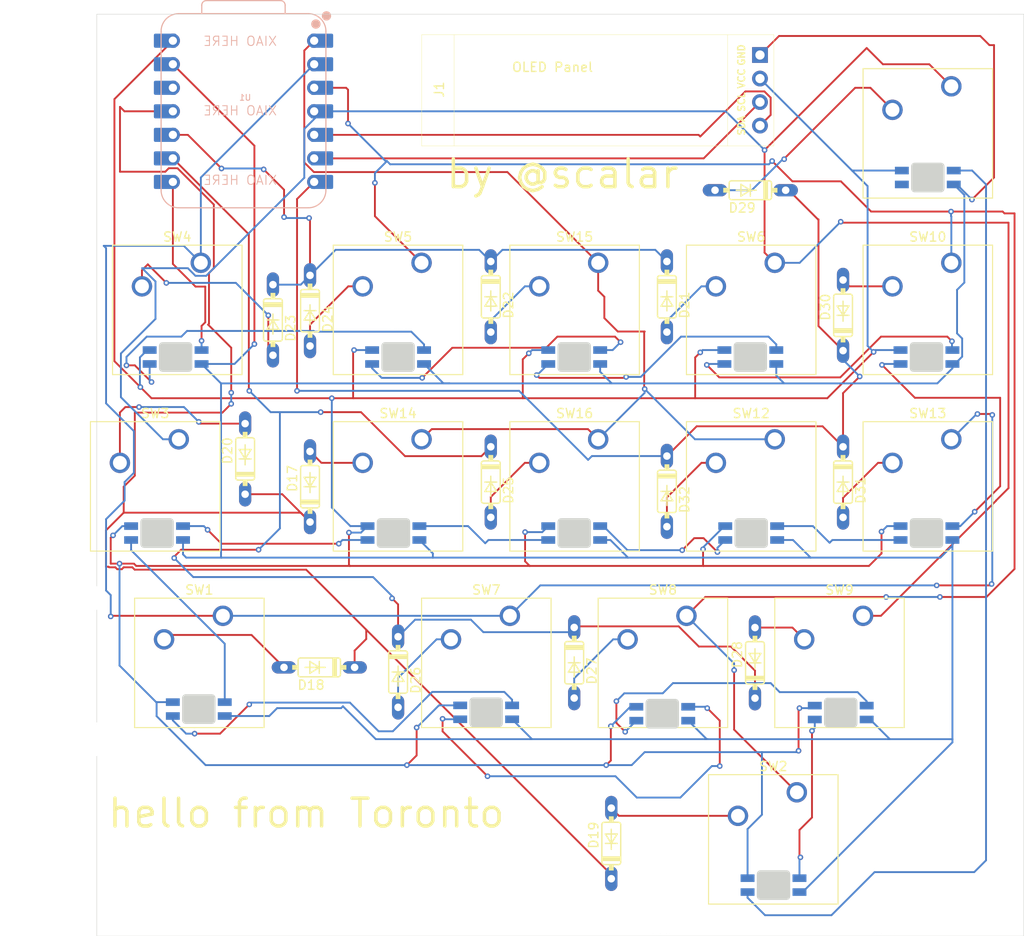
<source format=kicad_pcb>
(kicad_pcb (version 20241229) (generator "pcbnew") (generator_version "9.0")
  (layers (0 "F.Cu" signal) (2 "B.Cu" signal) (13 "F.Paste" user) (15 "B.Paste" user) (5 "F.SilkS" user "F.Silkscreen") (7 "B.SilkS" user "B.Silkscreen") (1 "F.Mask" user) (3 "B.Mask" user) (25 "Edge.Cuts" user))
  (net 0 "")
  (net 1 "RGB LEDs")
  (net 2 "+5V")
  (net 3 "GND")
  (net 4 "Net-(D1-DOUT)")
  (net 5 "Net-(D2-DOUT)")
  (net 6 "Net-(D3-DOUT)")
  (net 7 "Net-(D4-DOUT)")
  (net 8 "Net-(D5-DOUT)")
  (net 9 "Net-(D7-DOUT)")
  (net 10 "Net-(D8-DOUT)")
  (net 11 "Net-(D10-DIN)")
  (net 12 "Net-(D10-DOUT)")
  (net 13 "Net-(D11-DOUT)")
  (net 14 "Net-(D12-DOUT)")
  (net 15 "Net-(D13-DOUT)")
  (net 16 "Net-(D15-DOUT)")
  (net 17 "Row 0")
  (net 18 "Net-(D17-A)")
  (net 19 "Net-(D18-A)")
  (net 20 "Net-(D19-A)")
  (net 21 "Net-(D20-A)")
  (net 22 "Net-(D21-A)")
  (net 23 "Row 1")
  (net 24 "Net-(D22-A)")
  (net 25 "Net-(D23-A)")
  (net 26 "Net-(D24-A)")
  (net 27 "Row 2")
  (net 28 "Net-(D25-A)")
  (net 29 "Net-(D26-A)")
  (net 30 "Net-(D27-A)")
  (net 31 "Net-(D28-A)")
  (net 32 "Row 3")
  (net 33 "Net-(D29-A)")
  (net 34 "Net-(D30-A)")
  (net 35 "Net-(D31-A)")
  (net 36 "Net-(D32-A)")
  (net 37 "SCL")
  (net 38 "SDA")
  (net 39 "Column 1")
  (net 40 "Column 2")
  (net 41 "Column 3")
  (net 42 "Column 0")
  (net 44 "Net-(D6-DOUT)")
  (net 45 "Net-(D14-DOUT)")
  (footprint "Button_Switch_Keyboard:SW_Cherry_MX_1.50u_PCB" (layer "F.Cu") (at 119.22125 56.8325)
    (property "Reference" "SW4")
    (property "Value" "SW_Push")
  )
  (footprint "Button_Switch_Keyboard:SW_Cherry_MX_1.75u_PCB" (layer "F.Cu") (at 116.84 75.8825)
    (property "Reference" "SW3")
    (property "Value" "SW_Push")
  )
  (footprint "Fiducial:DO35-7" (layer "F.Cu") (at 131 62 -90)
    (property "Reference" "D24")
    (property "Value" "D_45deg")
  )
  (footprint "Button_Switch_Keyboard:SW_Cherry_MX_1.00u_PCB" (layer "F.Cu") (at 171.60875 94.9325)
    (property "Reference" "SW8")
    (property "Value" "SW_Push")
  )
  (footprint "Button_Switch_Keyboard:SW_Cherry_MX_1.00u_PCB" (layer "F.Cu") (at 181.13375 75.8825)
    (property "Reference" "SW12")
    (property "Value" "SW_Push")
  )
  (footprint "Button_Switch_Keyboard:SW_Cherry_MX_1.00u_PCB" (layer "F.Cu") (at 143.03375 75.8825)
    (property "Reference" "SW14")
    (property "Value" "SW_Push")
  )
  (footprint "Fiducial:DO35-7" (layer "F.Cu") (at 150.5 80.5 -90)
    (property "Reference" "D25")
    (property "Value" "D_45deg")
  )
  (footprint "Button_Switch_Keyboard:SW_Cherry_MX_1.00u_PCB" (layer "F.Cu") (at 200.18375 75.8825)
    (property "Reference" "SW13")
    (property "Value" "SW_Push")
  )
  (footprint "Fiducial:DO35-7" (layer "F.Cu") (at 132 100.5 180)
    (property "Reference" "D18")
    (property "Value" "D_45deg")
  )
  (footprint "Fiducial:DO35-7" (layer "F.Cu") (at 124 78 90)
    (property "Reference" "D20")
    (property "Value" "D_45deg")
  )
  (footprint "Button_Switch_Keyboard:SW_Cherry_MX_1.00u_PCB" (layer "F.Cu") (at 162.08375 75.8825)
    (property "Reference" "SW16")
    (property "Value" "SW_Push")
  )
  (footprint "Button_Switch_Keyboard:SW_Cherry_MX_1.00u_PCB" (layer "F.Cu") (at 152.55875 94.9325)
    (property "Reference" "SW7")
    (property "Value" "SW_Push")
  )
  (footprint "Fiducial:DO35-7" (layer "F.Cu") (at 163.5 119.5 90)
    (property "Reference" "D19")
    (property "Value" "D_45deg")
  )
  (footprint "Button_Switch_Keyboard:SW_Cherry_MX_2.25u_PCB" (layer "F.Cu") (at 121.6025 94.9325)
    (property "Reference" "SW1")
    (property "Value" "SW_Push")
  )
  (footprint "Button_Switch_Keyboard:SW_Cherry_MX_2.25u_PCB" (layer "F.Cu") (at 183.515 113.9825)
    (property "Reference" "SW2")
    (property "Value" "SW_Push")
  )
  (footprint "Fiducial:DO35-7" (layer "F.Cu") (at 178.5 49 180)
    (property "Reference" "D29")
    (property "Value" "D_45deg")
  )
  (footprint "Button_Switch_Keyboard:SW_Cherry_MX_1.00u_PCB" (layer "F.Cu") (at 162.08375 56.8325)
    (property "Reference" "SW15")
    (property "Value" "SW_Push")
  )
  (footprint "Fiducial:DO35-7" (layer "F.Cu") (at 169.5 60.5 -90)
    (property "Reference" "D21")
    (property "Value" "D_45deg")
  )
  (footprint "Button_Switch_Keyboard:SW_Cherry_MX_1.00u_PCB" (layer "F.Cu") (at 200.18375 56.8325)
    (property "Reference" "SW10")
    (property "Value" "SW_Push")
  )
  (footprint "Fiducial:DO35-7" (layer "F.Cu") (at 188.5 80.5 -90)
    (property "Reference" "D31")
    (property "Value" "D_45deg")
  )
  (footprint "Button_Switch_Keyboard:SW_Cherry_MX_1.00u_PCB" (layer "F.Cu") (at 190.65875 94.9325)
    (property "Reference" "SW9")
    (property "Value" "SW_Push")
  )
  (footprint "Fiducial:DO35-7" (layer "F.Cu") (at 140.5 101 -90)
    (property "Reference" "D26")
    (property "Value" "D_45deg")
  )
  (footprint "KiCad-SSD1306-0.91-OLED-4pin-128x32.pretty-master:SSD1306-0.91-OLED-4pin-128x32" (layer "F.Cu") (at 143.04 32.215)
    (property "Reference" "J1")
    (property "Value" "Conn_01x04")
  )
  (footprint "Fiducial:DO35-7" (layer "F.Cu") (at 169.5 81.5 -90)
    (property "Reference" "D32")
    (property "Value" "D_45deg")
  )
  (footprint "Fiducial:DO35-7" (layer "F.Cu") (at 159.5 100 -90)
    (property "Reference" "D27")
    (property "Value" "D_45deg")
  )
  (footprint "Fiducial:DO35-7" (layer "F.Cu") (at 131 81 90)
    (property "Reference" "D17")
    (property "Value" "D_45deg")
  )
  (footprint "Fiducial:DO35-7" (layer "F.Cu") (at 179 100.0125 90)
    (property "Reference" "D28")
    (property "Value" "D_45deg")
  )
  (footprint "Button_Switch_Keyboard:SW_Cherry_MX_1.00u_PCB" (layer "F.Cu") (at 181.13375 56.8325)
    (property "Reference" "SW6")
    (property "Value" "SW_Push")
  )
  (footprint "Fiducial:DO35-7" (layer "F.Cu") (at 127 63 -90)
    (property "Reference" "D23")
    (property "Value" "D_45deg")
  )
  (footprint "Fiducial:DO35-7" (layer "F.Cu") (at 150.5 60.5 -90)
    (property "Reference" "D22")
    (property "Value" "D_45deg")
  )
  (footprint "Button_Switch_Keyboard:SW_Cherry_MX_1.00u_PCB" (layer "F.Cu") (at 143.03375 56.8325)
    (property "Reference" "SW5")
    (property "Value" "SW_Push")
  )
  (footprint "Button_Switch_Keyboard:SW_Cherry_MX_1.00u_PCB" (layer "F.Cu") (at 200.18375 37.7825)
    (property "Reference" "SW11 mode switch button1" (hide yes))
    (property "Value" "SW_Push")
  )
  (footprint "Fiducial:DO35-7" (layer "F.Cu") (at 188.5 62.5 90)
    (property "Reference" "D30")
    (property "Value" "D_45deg")
  )
  (footprint "syssy:BAcklight" (layer "B.Cu") (at 159.5 86 180)
    (property "Reference" "D8")
    (property "Value" "SK6812MINI-E mine")
    (fp_poly (pts (arc (start 1.8 -1.2005) (mid 1.682843 -1.483343) (end 1.4 -1.6005)) (xy 1.4 -1.6) (xy -1.4 -1.6) (arc (start -1.4065 -1.6) (mid -1.684815 -1.480719) (end -1.8 -1.2005)) (xy -1.8 -1.2) (arc (start -1.8 1.2) (mid -1.682843 1.482843) (end -1.4 1.6)) (arc (start 1.4 1.6) (mid 1.682843 1.482843) (end 1.8 1.2))) (fill yes) (layer "Edge.Cuts"))
  )
  (footprint "syssy:BAcklight" (layer "B.Cu") (at 114.5 86 180)
    (property "Reference" "D10")
    (property "Value" "SK6812MINI-E mine")
    (fp_poly (pts (arc (start 1.8 -1.2005) (mid 1.682843 -1.483343) (end 1.4 -1.6005)) (xy 1.4 -1.6) (xy -1.4 -1.6) (arc (start -1.4065 -1.6) (mid -1.684815 -1.480719) (end -1.8 -1.2005)) (xy -1.8 -1.2) (arc (start -1.8 1.2) (mid -1.682843 1.482843) (end -1.4 1.6)) (arc (start 1.4 1.6) (mid 1.682843 1.482843) (end 1.8 1.2))) (fill yes) (layer "Edge.Cuts"))
  )
  (footprint "syssy:BAcklight" (layer "B.Cu") (at 140.5 67 180)
    (property "Reference" "D2")
    (property "Value" "SK6812MINI-E mine")
    (fp_poly (pts (arc (start 1.8 -1.2005) (mid 1.682843 -1.483343) (end 1.4 -1.6005)) (xy 1.4 -1.6) (xy -1.4 -1.6) (arc (start -1.4065 -1.6) (mid -1.684815 -1.480719) (end -1.8 -1.2005)) (xy -1.8 -1.2) (arc (start -1.8 1.2) (mid -1.682843 1.482843) (end -1.4 1.6)) (arc (start 1.4 1.6) (mid 1.682843 1.482843) (end 1.8 1.2))) (fill yes) (layer "Edge.Cuts"))
  )
  (footprint "syssy:BAcklight" (layer "B.Cu") (at 169 105.5 180)
    (property "Reference" "D13")
    (property "Value" "SK6812MINI-E mine")
    (fp_poly (pts (arc (start 1.8 -1.2005) (mid 1.682843 -1.483343) (end 1.4 -1.6005)) (xy 1.4 -1.6) (xy -1.4 -1.6) (arc (start -1.4065 -1.6) (mid -1.684815 -1.480719) (end -1.8 -1.2005)) (xy -1.8 -1.2) (arc (start -1.8 1.2) (mid -1.682843 1.482843) (end -1.4 1.6)) (arc (start 1.4 1.6) (mid 1.682843 1.482843) (end 1.8 1.2))) (fill yes) (layer "Edge.Cuts"))
  )
  (footprint "XIAO-RP2040:XIAO-RP2040-DIP" (layer "B.Cu") (at 123.825 40.48125 180)
    (property "Reference" "U1")
    (property "Value" "XIAO-RP2040-DIP")
  )
  (footprint "syssy:BAcklight" (layer "B.Cu") (at 197.5 67 180)
    (property "Reference" "D5")
    (property "Value" "SK6812MINI-E mine")
    (fp_poly (pts (arc (start 1.8 -1.2005) (mid 1.682843 -1.483343) (end 1.4 -1.6005)) (xy 1.4 -1.6) (xy -1.4 -1.6) (arc (start -1.4065 -1.6) (mid -1.684815 -1.480719) (end -1.8 -1.2005)) (xy -1.8 -1.2) (arc (start -1.8 1.2) (mid -1.682843 1.482843) (end -1.4 1.6)) (arc (start 1.4 1.6) (mid 1.682843 1.482843) (end 1.8 1.2))) (fill yes) (layer "Edge.Cuts"))
  )
  (footprint "syssy:BAcklight" (layer "B.Cu") (at 140 86 180)
    (property "Reference" "D9")
    (property "Value" "SK6812MINI-E mine")
    (fp_poly (pts (arc (start 1.8 -1.2005) (mid 1.682843 -1.483343) (end 1.4 -1.6005)) (xy 1.4 -1.6) (xy -1.4 -1.6) (arc (start -1.4065 -1.6) (mid -1.684815 -1.480719) (end -1.8 -1.2005)) (xy -1.8 -1.2) (arc (start -1.8 1.2) (mid -1.682843 1.482843) (end -1.4 1.6)) (arc (start 1.4 1.6) (mid 1.682843 1.482843) (end 1.8 1.2))) (fill yes) (layer "Edge.Cuts"))
  )
  (footprint "syssy:BAcklight" (layer "B.Cu") (at 119 105 180)
    (property "Reference" "D11")
    (property "Value" "SK6812MINI-E mine")
    (fp_poly (pts (arc (start 1.8 -1.2005) (mid 1.682843 -1.483343) (end 1.4 -1.6005)) (xy 1.4 -1.6) (xy -1.4 -1.6) (arc (start -1.4065 -1.6) (mid -1.684815 -1.480719) (end -1.8 -1.2005)) (xy -1.8 -1.2) (arc (start -1.8 1.2) (mid -1.682843 1.482843) (end -1.4 1.6)) (arc (start 1.4 1.6) (mid 1.682843 1.482843) (end 1.8 1.2))) (fill yes) (layer "Edge.Cuts"))
  )
  (footprint "syssy:BAcklight" (layer "B.Cu") (at 159.5 67 180)
    (property "Reference" "D3")
    (property "Value" "SK6812MINI-E mine")
    (fp_poly (pts (arc (start 1.8 -1.2005) (mid 1.682843 -1.483343) (end 1.4 -1.6005)) (xy 1.4 -1.6) (xy -1.4 -1.6) (arc (start -1.4065 -1.6) (mid -1.684815 -1.480719) (end -1.8 -1.2005)) (xy -1.8 -1.2) (arc (start -1.8 1.2) (mid -1.682843 1.482843) (end -1.4 1.6)) (arc (start 1.4 1.6) (mid 1.682843 1.482843) (end 1.8 1.2))) (fill yes) (layer "Edge.Cuts"))
  )
  (footprint "syssy:BAcklight" (layer "B.Cu") (at 116.5 67 180)
    (property "Reference" "D1")
    (property "Value" "SK6812MINI-E mine")
    (fp_poly (pts (arc (start 1.8 -1.2005) (mid 1.682843 -1.483343) (end 1.4 -1.6005)) (xy 1.4 -1.6) (xy -1.4 -1.6) (arc (start -1.4065 -1.6) (mid -1.684815 -1.480719) (end -1.8 -1.2005)) (xy -1.8 -1.2) (arc (start -1.8 1.2) (mid -1.682843 1.482843) (end -1.4 1.6)) (arc (start 1.4 1.6) (mid 1.682843 1.482843) (end 1.8 1.2))) (fill yes) (layer "Edge.Cuts"))
  )
  (footprint "syssy:BAcklight" (layer "B.Cu") (at 188.25 105.375 180)
    (property "Reference" "D14")
    (property "Value" "SK6812MINI-E mine")
    (fp_poly (pts (arc (start 1.8 -1.2005) (mid 1.682843 -1.483343) (end 1.4 -1.6005)) (xy 1.4 -1.6) (xy -1.4 -1.6) (arc (start -1.4065 -1.6) (mid -1.684815 -1.480719) (end -1.8 -1.2005)) (xy -1.8 -1.2) (arc (start -1.8 1.2) (mid -1.682843 1.482843) (end -1.4 1.6)) (arc (start 1.4 1.6) (mid 1.682843 1.482843) (end 1.8 1.2))) (fill yes) (layer "Edge.Cuts"))
  )
  (footprint "syssy:BAcklight" (layer "B.Cu") (at 178.5 67 180)
    (property "Reference" "D4")
    (property "Value" "SK6812MINI-E mine")
    (fp_poly (pts (arc (start 1.8 -1.2005) (mid 1.682843 -1.483343) (end 1.4 -1.6005)) (xy 1.4 -1.6) (xy -1.4 -1.6) (arc (start -1.4065 -1.6) (mid -1.684815 -1.480719) (end -1.8 -1.2005)) (xy -1.8 -1.2) (arc (start -1.8 1.2) (mid -1.682843 1.482843) (end -1.4 1.6)) (arc (start 1.4 1.6) (mid 1.682843 1.482843) (end 1.8 1.2))) (fill yes) (layer "Edge.Cuts"))
  )
  (footprint "syssy:BAcklight" (layer "B.Cu") (at 197.64375 47.625 180)
    (property "Reference" "D16")
    (property "Value" "SK6812MINI-E mine")
    (fp_poly (pts (arc (start 1.8 -1.2005) (mid 1.682843 -1.483343) (end 1.4 -1.6005)) (xy 1.4 -1.6) (xy -1.4 -1.6) (arc (start -1.4065 -1.6) (mid -1.684815 -1.480719) (end -1.8 -1.2005)) (xy -1.8 -1.2) (arc (start -1.8 1.2) (mid -1.682843 1.482843) (end -1.4 1.6)) (arc (start 1.4 1.6) (mid 1.682843 1.482843) (end 1.8 1.2))) (fill yes) (layer "Edge.Cuts"))
  )
  (footprint "syssy:BAcklight" (layer "B.Cu") (at 178.59375 86 180)
    (property "Reference" "D7")
    (property "Value" "SK6812MINI-E mine")
    (fp_poly (pts (arc (start 1.8 -1.2005) (mid 1.682843 -1.483343) (end 1.4 -1.6005)) (xy 1.4 -1.6) (xy -1.4 -1.6) (arc (start -1.4065 -1.6) (mid -1.684815 -1.480719) (end -1.8 -1.2005)) (xy -1.8 -1.2) (arc (start -1.8 1.2) (mid -1.682843 1.482843) (end -1.4 1.6)) (arc (start 1.4 1.6) (mid 1.682843 1.482843) (end 1.8 1.2))) (fill yes) (layer "Edge.Cuts"))
  )
  (footprint "syssy:BAcklight" (layer "B.Cu") (at 197.5 86 180)
    (property "Reference" "D6")
    (property "Value" "SK6812MINI-E mine")
    (fp_poly (pts (arc (start 1.8 -1.2005) (mid 1.682843 -1.483343) (end 1.4 -1.6005)) (xy 1.4 -1.6) (xy -1.4 -1.6) (arc (start -1.4065 -1.6) (mid -1.684815 -1.480719) (end -1.8 -1.2005)) (xy -1.8 -1.2) (arc (start -1.8 1.2) (mid -1.682843 1.482843) (end -1.4 1.6)) (arc (start 1.4 1.6) (mid 1.682843 1.482843) (end 1.8 1.2))) (fill yes) (layer "Edge.Cuts"))
  )
  (footprint "syssy:BAcklight" (layer "B.Cu") (at 181 124 180)
    (property "Reference" "D15")
    (property "Value" "SK6812MINI-E mine")
    (fp_poly (pts (arc (start 1.8 -1.2005) (mid 1.682843 -1.483343) (end 1.4 -1.6005)) (xy 1.4 -1.6) (xy -1.4 -1.6) (arc (start -1.4065 -1.6) (mid -1.684815 -1.480719) (end -1.8 -1.2005)) (xy -1.8 -1.2) (arc (start -1.8 1.2) (mid -1.682843 1.482843) (end -1.4 1.6)) (arc (start 1.4 1.6) (mid 1.682843 1.482843) (end 1.8 1.2))) (fill yes) (layer "Edge.Cuts"))
  )
  (footprint "syssy:BAcklight" (layer "B.Cu") (at 150 105.35 180)
    (property "Reference" "D12")
    (property "Value" "SK6812MINI-E mine")
    (fp_poly (pts (arc (start 1.8 -1.2005) (mid 1.682843 -1.483343) (end 1.4 -1.6005)) (xy 1.4 -1.6) (xy -1.4 -1.6) (arc (start -1.4065 -1.6) (mid -1.684815 -1.480719) (end -1.8 -1.2005)) (xy -1.8 -1.2) (arc (start -1.8 1.2) (mid -1.682843 1.482843) (end -1.4 1.6)) (arc (start 1.4 1.6) (mid 1.682843 1.482843) (end 1.8 1.2))) (fill yes) (layer "Edge.Cuts"))
  )
  (gr_line (start 108 30) (end 205.36827 30) (stroke (width 0.05)) (layer "Edge.Cuts"))
  (gr_line (start 108 30) (end 108 129.5) (stroke (width 0.05)) (layer "Edge.Cuts"))
  (gr_line (start 205.36827 30) (end 208 30) (stroke (width 0.05)) (layer "Edge.Cuts"))
  (gr_line (start 208 30) (end 208 129.5) (stroke (width 0.05)) (layer "Edge.Cuts"))
  (gr_line (start 208 129.5) (end 108 129.5) (stroke (width 0.05)) (layer "Edge.Cuts"))
  (gr_text "hello from Toronto" (at 109 118 0) (layer "F.SilkS") (effects (font (size 3 3) (thickness 0.375)) (justify left bottom)))
  (gr_text "by @scalar" (at 145.5 49 0) (layer "F.SilkS") (effects (font (size 3 3) (thickness 0.375)) (justify left bottom)))
  (gr_text "XIAO HERE" (at 127.5 48.5 0) (layer "B.SilkS") (effects (font (size 1 1) (thickness 0.1)) (justify left bottom mirror)))
  (gr_text "XIAO HERE" (at 127.5 41 0) (layer "B.SilkS") (effects (font (size 1 1) (thickness 0.1)) (justify left bottom mirror)))
  (gr_text "XIAO HERE" (at 127.5 33.5 0) (layer "B.SilkS") (effects (font (size 1 1) (thickness 0.1)) (justify left bottom mirror)))
  (segment (start 116.205 56.955) (end 116.205 48.10125) (width 0.2) (layer "F.Cu") (net 1))
  (segment (start 119.3 63.65) (end 119.7 63.25) (width 0.2) (layer "F.Cu") (net 1))
  (segment (start 118.65 59.4) (end 116.205 56.955) (width 0.2) (layer "F.Cu") (net 1))
  (segment (start 119.7 59.4) (end 118.65 59.4) (width 0.2) (layer "F.Cu") (net 1))
  (segment (start 119.7 63.25) (end 119.7 59.4) (width 0.2) (layer "F.Cu") (net 1))
  (segment (start 119.3 65.25) (end 119.3 63.65) (width 0.2) (layer "F.Cu") (net 1))
  (via (at 119.3 65.25) (size 0.6) (drill 0.3) (layers "F.Cu" "B.Cu") (net 1))
  (segment (start 119.3 66.25) (end 119.3 65.25) (width 0.2) (layer "B.Cu") (net 1))
  (segment (start 135.7 71.45) (end 135.65 71.4) (width 0.2) (layer "F.Cu") (net 2))
  (segment (start 172.55 71.45) (end 186.8 71.45) (width 0.2) (layer "F.Cu") (net 2))
  (segment (start 142.5 107) (end 142.5 110) (width 0.2) (layer "F.Cu") (net 2))
  (segment (start 173.4 89.5) (end 173.45 89.55) (width 0.2) (layer "F.Cu") (net 2))
  (segment (start 153.95 71.45) (end 172.55 71.45) (width 0.2) (layer "F.Cu") (net 2))
  (segment (start 109.75 86.25) (end 109.5 86.5) (width 0.2) (layer "F.Cu") (net 2))
  (segment (start 142.5 110) (end 141.45 111.05) (width 0.2) (layer "F.Cu") (net 2))
  (segment (start 135.2 89.45) (end 135.3 89.55) (width 0.2) (layer "F.Cu") (net 2))
  (segment (start 163.45 106.85) (end 163.45 110.55) (width 0.2) (layer "F.Cu") (net 2))
  (segment (start 112 89.3) (end 112.25 89.55) (width 0.2) (layer "F.Cu") (net 2))
  (segment (start 113.9 71.45) (end 115.15 71.45) (width 0.2) (layer "F.Cu") (net 2))
  (segment (start 109.9 39.16625) (end 116.205 32.86125) (width 0.2) (layer "F.Cu") (net 2))
  (segment (start 172.55 71.45) (end 172.55 67.05) (width 0.2) (layer "F.Cu") (net 2))
  (segment (start 112.7 70.25) (end 113.9 71.45) (width 0.2) (layer "F.Cu") (net 2))
  (segment (start 110.45 89.3) (end 112 89.3) (width 0.2) (layer "F.Cu") (net 2))
  (segment (start 109.5 89.3) (end 110.45 89.3) (width 0.2) (layer "F.Cu") (net 2))
  (segment (start 135.3 89.55) (end 154.7 89.55) (width 0.2) (layer "F.Cu") (net 2))
  (segment (start 163.45 110.55) (end 162.95 111.05) (width 0.2) (layer "F.Cu") (net 2))
  (segment (start 135.7 71.45) (end 153.95 71.45) (width 0.2) (layer "F.Cu") (net 2))
  (segment (start 109.5 86.5) (end 109.5 89.3) (width 0.2) (layer "F.Cu") (net 2))
  (segment (start 173.45 89.55) (end 191.3 89.55) (width 0.2) (layer "F.Cu") (net 2))
  (segment (start 135.2 85.95) (end 135.2 89.45) (width 0.2) (layer "F.Cu") (net 2))
  (segment (start 153.95 67.25) (end 154.6 66.6) (width 0.2) (layer "F.Cu") (net 2))
  (segment (start 183.7 105) (end 183.8 104.9) (width 0.2) (layer "F.Cu") (net 2))
  (segment (start 135.65 71.4) (end 135.65 66.35) (width 0.2) (layer "F.Cu") (net 2))
  (segment (start 154.7 89.55) (end 173.45 89.55) (width 0.2) (layer "F.Cu") (net 2))
  (segment (start 183.7 109.5) (end 183.7 105) (width 0.2) (layer "F.Cu") (net 2))
  (segment (start 112.7 70.25) (end 109.9 67.45) (width 0.2) (layer "F.Cu") (net 2))
  (segment (start 135.65 66.35) (end 135.75 66.25) (width 0.2) (layer "F.Cu") (net 2))
  (segment (start 173.4 87.75) (end 173.4 89.5) (width 0.2) (layer "F.Cu") (net 2))
  (segment (start 109.9 67.45) (end 109.9 39.16625) (width 0.2) (layer "F.Cu") (net 2))
  (segment (start 191.3 89.55) (end 192.65 88.2) (width 0.2) (layer "F.Cu") (net 2))
  (segment (start 112.25 89.55) (end 135.3 89.55) (width 0.2) (layer "F.Cu") (net 2))
  (segment (start 172.55 67.05) (end 173.1 66.5) (width 0.2) (layer "F.Cu") (net 2))
  (segment (start 154.2 89.05) (end 154.7 89.55) (width 0.2) (layer "F.Cu") (net 2))
  (segment (start 192.65 88.2) (end 192.65 85.85) (width 0.2) (layer "F.Cu") (net 2))
  (segment (start 154.2 85.9) (end 154.2 89.05) (width 0.2) (layer "F.Cu") (net 2))
  (segment (start 115.15 71.45) (end 133.35 71.45) (width 0.2) (layer "F.Cu") (net 2))
  (segment (start 133.35 71.45) (end 135.7 71.45) (width 0.2) (layer "F.Cu") (net 2))
  (segment (start 153.95 71.45) (end 153.95 67.25) (width 0.2) (layer "F.Cu") (net 2))
  (segment (start 186.8 71.45) (end 191.8 66.45) (width 0.2) (layer "F.Cu") (net 2))
  (via (at 112.7 70.25) (size 0.6) (drill 0.3) (layers "F.Cu" "B.Cu") (net 2))
  (via (at 173.4 87.75) (size 0.6) (drill 0.3) (layers "F.Cu" "B.Cu") (net 2))
  (via (at 183.7 109.5) (size 0.6) (drill 0.3) (layers "F.Cu" "B.Cu") (net 2))
  (via (at 183.8 104.9) (size 0.6) (drill 0.3) (layers "F.Cu" "B.Cu") (net 2))
  (via (at 173.1 66.5) (size 0.6) (drill 0.3) (layers "F.Cu" "B.Cu") (net 2))
  (via (at 141.45 111.05) (size 0.6) (drill 0.3) (layers "F.Cu" "B.Cu") (net 2))
  (via (at 109.75 86.25) (size 0.6) (drill 0.3) (layers "F.Cu" "B.Cu") (net 2))
  (via (at 135.75 66.25) (size 0.6) (drill 0.3) (layers "F.Cu" "B.Cu") (net 2))
  (via (at 163.45 106.85) (size 0.6) (drill 0.3) (layers "F.Cu" "B.Cu") (net 2))
  (via (at 133.35 71.45) (size 0.6) (drill 0.3) (layers "F.Cu" "B.Cu") (net 2))
  (via (at 154.6 66.6) (size 0.6) (drill 0.3) (layers "F.Cu" "B.Cu") (net 2))
  (via (at 192.65 85.85) (size 0.6) (drill 0.3) (layers "F.Cu" "B.Cu") (net 2))
  (via (at 142.5 107) (size 0.6) (drill 0.3) (layers "F.Cu" "B.Cu") (net 2))
  (via (at 154.2 85.9) (size 0.6) (drill 0.3) (layers "F.Cu" "B.Cu") (net 2))
  (via (at 135.2 85.95) (size 0.6) (drill 0.3) (layers "F.Cu" "B.Cu") (net 2))
  (via (at 162.95 111.05) (size 0.6) (drill 0.3) (layers "F.Cu" "B.Cu") (net 2))
  (via (at 191.8 66.45) (size 0.6) (drill 0.3) (layers "F.Cu" "B.Cu") (net 2))
  (via (at 110.45 89.3) (size 0.6) (drill 0.3) (layers "F.Cu" "B.Cu") (net 2))
  (segment (start 110.75 85.25) (end 111.7 85.25) (width 0.2) (layer "B.Cu") (net 2))
  (segment (start 141.45 111.05) (end 142.6 111.05) (width 0.2) (layer "B.Cu") (net 2))
  (segment (start 167.1 109.65) (end 179.75 109.65) (width 0.2) (layer "B.Cu") (net 2))
  (segment (start 154.6 66.6) (end 154.95 66.25) (width 0.2) (layer "B.Cu") (net 2))
  (segment (start 191.8 66.45) (end 192 66.25) (width 0.2) (layer "B.Cu") (net 2))
  (segment (start 110.45 100.3) (end 110.45 89.3) (width 0.2) (layer "B.Cu") (net 2))
  (segment (start 193.25 85.25) (end 192.65 85.85) (width 0.2) (layer "B.Cu") (net 2))
  (segment (start 116.2 104.25) (end 114.45 104.25) (width 0.2) (layer "B.Cu") (net 2))
  (segment (start 175.7 85.25) (end 173.4 87.55) (width 0.2) (layer "B.Cu") (net 2))
  (segment (start 144.9 104.6) (end 142.5 107) (width 0.2) (layer "B.Cu") (net 2))
  (segment (start 183.8 104.9) (end 185.175 104.9) (width 0.2) (layer "B.Cu") (net 2))
  (segment (start 192 66.25) (end 194.7 66.25) (width 0.2) (layer "B.Cu") (net 2))
  (segment (start 189.47 46.875) (end 179.54 36.945) (width 0.2) (layer "B.Cu") (net 2))
  (segment (start 114.45 104.25) (end 114.4 104.25) (width 0.2) (layer "B.Cu") (net 2))
  (segment (start 113.438 66.25) (end 112.649 67.039) (width 0.2) (layer "B.Cu") (net 2))
  (segment (start 173.4 87.55) (end 173.4 87.75) (width 0.2) (layer "B.Cu") (net 2))
  (segment (start 112.649 67.039) (end 112.649 70.199) (width 0.2) (layer "B.Cu") (net 2))
  (segment (start 173.1 66.5) (end 173.35 66.25) (width 0.2) (layer "B.Cu") (net 2))
  (segment (start 109.75 86.25) (end 110.75 85.25) (width 0.2) (layer "B.Cu") (net 2))
  (segment (start 156.05 85.9) (end 154.2 85.9) (width 0.2) (layer "B.Cu") (net 2))
  (segment (start 165.55 104.75) (end 163.45 106.85) (width 0.2) (layer "B.Cu") (net 2))
  (segment (start 191.149 48.554) (end 191.149 65.799) (width 0.2) (layer "B.Cu") (net 2))
  (segment (start 135.75 66.25) (end 137.7 66.25) (width 0.2) (layer "B.Cu") (net 2))
  (segment (start 173.35 66.25) (end 175.7 66.25) (width 0.2) (layer "B.Cu") (net 2))
  (segment (start 175.79375 85.25) (end 175.7 85.25) (width 0.2) (layer "B.Cu") (net 2))
  (segment (start 194.7 85.25) (end 193.25 85.25) (width 0.2) (layer "B.Cu") (net 2))
  (segment (start 112.649 70.199) (end 112.7 70.25) (width 0.2) (layer "B.Cu") (net 2))
  (segment (start 178.2 123.25) (end 178.2 117.95) (width 0.2) (layer "B.Cu") (net 2))
  (segment (start 165.7 111.05) (end 167.1 109.65) (width 0.2) (layer "B.Cu") (net 2))
  (segment (start 179.75 116.4) (end 179.75 109.65) (width 0.2) (layer "B.Cu") (net 2))
  (segment (start 142.6 111.05) (end 162.95 111.05) (width 0.2) (layer "B.Cu") (net 2))
  (segment (start 137.2 85.25) (end 136.5 85.95) (width 0.2) (layer "B.Cu") (net 2))
  (segment (start 136.5 85.95) (end 135.2 85.95) (width 0.2) (layer "B.Cu") (net 2))
  (segment (start 147.2 104.6) (end 144.9 104.6) (width 0.2) (layer "B.Cu") (net 2))
  (segment (start 114.45 104.25) (end 114.45 105.762) (width 0.2) (layer "B.Cu") (net 2))
  (segment (start 114.45 105.762) (end 119.738 111.05) (width 0.2) (layer "B.Cu") (net 2))
  (segment (start 154.95 66.25) (end 156.7 66.25) (width 0.2) (layer "B.Cu") (net 2))
  (segment (start 183.55 109.65) (end 183.7 109.5) (width 0.2) (layer "B.Cu") (net 2))
  (segment (start 135.35 85.25) (end 133.35 83.25) (width 0.2) (layer "B.Cu") (net 2))
  (segment (start 113.7 66.25) (end 113.438 66.25) (width 0.2) (layer "B.Cu") (net 2))
  (segment (start 166.2 104.75) (end 165.55 104.75) (width 0.2) (layer "B.Cu") (net 2))
  (segment (start 114.4 104.25) (end 110.45 100.3) (width 0.2) (layer "B.Cu") (net 2))
  (segment (start 189.47 46.875) (end 191.149 48.554) (width 0.2) (layer "B.Cu") (net 2))
  (segment (start 178.2 117.95) (end 179.75 116.4) (width 0.2) (layer "B.Cu") (net 2))
  (segment (start 137.2 85.25) (end 135.35 85.25) (width 0.2) (layer "B.Cu") (net 2))
  (segment (start 133.35 83.25) (end 133.35 71.45) (width 0.2) (layer "B.Cu") (net 2))
  (segment (start 191.149 65.799) (end 191.8 66.45) (width 0.2) (layer "B.Cu") (net 2))
  (segment (start 162.95 111.05) (end 165.7 111.05) (width 0.2) (layer "B.Cu") (net 2))
  (segment (start 185.175 104.9) (end 185.45 104.625) (width 0.2) (layer "B.Cu") (net 2))
  (segment (start 179.75 109.65) (end 183.55 109.65) (width 0.2) (layer "B.Cu") (net 2))
  (segment (start 156.7 85.25) (end 156.05 85.9) (width 0.2) (layer "B.Cu") (net 2))
  (segment (start 119.738 111.05) (end 141.45 111.05) (width 0.2) (layer "B.Cu") (net 2))
  (segment (start 194.84375 46.875) (end 189.47 46.875) (width 0.2) (layer "B.Cu") (net 2))
  (segment (start 181.595 32.35) (end 203.3 32.35) (width 0.2) (layer "F.Cu") (net 3))
  (segment (start 179.54 34.405) (end 181.595 32.35) (width 0.2) (layer "F.Cu") (net 3))
  (segment (start 125 65.6) (end 125 44.19625) (width 0.2) (layer "F.Cu") (net 3))
  (segment (start 204.7875 33.3375) (end 204.2875 33.3375) (width 0.2) (layer "F.Cu") (net 3))
  (segment (start 125 44.19625) (end 116.205 35.40125) (width 0.2) (layer "F.Cu") (net 3))
  (segment (start 204.7875 47.625) (end 204.7875 33.3375) (width 0.2) (layer "F.Cu") (net 3))
  (segment (start 202.40625 50.00625) (end 204.7875 47.625) (width 0.2) (layer "F.Cu") (net 3))
  (segment (start 204.2875 33.3375) (end 203.3 32.35) (width 0.2) (layer "F.Cu") (net 3))
  (via (at 125 65.6) (size 0.6) (drill 0.3) (layers "F.Cu" "B.Cu") (net 3))
  (via (at 202.40625 50.00625) (size 0.6) (drill 0.3) (layers "F.Cu" "B.Cu") (net 3))
  (segment (start 126.6 105.75) (end 127.45 104.9) (width 0.2) (layer "B.Cu") (net 3))
  (segment (start 121.45 88.65) (end 117.65 88.65) (width 0.2) (layer "B.Cu") (net 3))
  (segment (start 200.8 64.45) (end 200.8 59.75) (width 0.2) (layer "B.Cu") (net 3))
  (segment (start 191.425 106.125) (end 193.55 108.25) (width 0.2) (layer "B.Cu") (net 3))
  (segment (start 121.4 88.6) (end 121.45 88.65) (width 0.2) (layer "B.Cu") (net 3))
  (segment (start 191.05 106.125) (end 191.425 106.125) (width 0.2) (layer "B.Cu") (net 3))
  (segment (start 200.3 67.75) (end 200.562 67.75) (width 0.2) (layer "B.Cu") (net 3))
  (segment (start 183.1 86.75) (end 185 88.65) (width 0.2) (layer "B.Cu") (net 3))
  (segment (start 182.15 69.85) (end 198.669004 69.85) (width 0.2) (layer "B.Cu") (net 3))
  (segment (start 119.3 67.75) (end 121.4 69.85) (width 0.2) (layer "B.Cu") (net 3))
  (segment (start 200.8 59.75) (end 201.58475 58.96525) (width 0.2) (layer "B.Cu") (net 3))
  (segment (start 163.55 69.85) (end 182.15 69.85) (width 0.2) (layer "B.Cu") (net 3))
  (segment (start 183.8 124.75) (end 184.14 124.75) (width 0.2) (layer "B.Cu") (net 3))
  (segment (start 198.669004 69.85) (end 200.3 68.219004) (width 0.2) (layer "B.Cu") (net 3))
  (segment (start 119.3 67.75) (end 122.85 67.75) (width 0.2) (layer "B.Cu") (net 3))
  (segment (start 162.3 68.6) (end 163.55 69.85) (width 0.2) (layer "B.Cu") (net 3))
  (segment (start 134.55 104.7) (end 138.1 108.25) (width 0.2) (layer "B.Cu") (net 3))
  (segment (start 200.3 87.36) (end 199.01 88.65) (width 0.2) (layer "B.Cu") (net 3))
  (segment (start 162.3 67.75) (end 162.3 68.6) (width 0.2) (layer "B.Cu") (net 3))
  (segment (start 201.351 65.001) (end 200.8 64.45) (width 0.2) (layer "B.Cu") (net 3))
  (segment (start 154.95 108.25) (end 173.9 108.25) (width 0.2) (layer "B.Cu") (net 3))
  (segment (start 199.01 88.65) (end 185 88.65) (width 0.2) (layer "B.Cu") (net 3))
  (segment (start 181.3 69) (end 182.15 69.85) (width 0.2) (layer "B.Cu") (net 3))
  (segment (start 200.775 48.375) (end 202.40625 50.00625) (width 0.2) (layer "B.Cu") (net 3))
  (segment (start 134.35 104.9) (end 134.55 104.7) (width 0.2) (layer "B.Cu") (net 3))
  (segment (start 181.39375 86.75) (end 183.1 86.75) (width 0.2) (layer "B.Cu") (net 3))
  (segment (start 162.3 86.75) (end 163.4 86.75) (width 0.2) (layer "B.Cu") (net 3))
  (segment (start 201.351 66.961) (end 201.351 65.001) (width 0.2) (layer "B.Cu") (net 3))
  (segment (start 142.8 86.75) (end 144.25 88.2) (width 0.2) (layer "B.Cu") (net 3))
  (segment (start 145.4 69.85) (end 146.05 69.85) (width 0.2) (layer "B.Cu") (net 3))
  (segment (start 165.3 88.65) (end 144.25 88.65) (width 0.2) (layer "B.Cu") (net 3))
  (segment (start 171.8 106.25) (end 173.8 108.25) (width 0.2) (layer "B.Cu") (net 3))
  (segment (start 200.3 108.59) (end 200.3 108.25) (width 0.2) (layer "B.Cu") (net 3))
  (segment (start 121.4 69.85) (end 121.4 88.6) (width 0.2) (layer "B.Cu") (net 3))
  (segment (start 200.562 67.75) (end 201.351 66.961) (width 0.2) (layer "B.Cu") (net 3))
  (segment (start 152.8 106.1) (end 154.95 108.25) (width 0.2) (layer "B.Cu") (net 3))
  (segment (start 200.44375 48.375) (end 200.775 48.375) (width 0.2) (layer "B.Cu") (net 3))
  (segment (start 200.44375 48.375) (end 201.58475 49.516) (width 0.2) (layer "B.Cu") (net 3))
  (segment (start 122.85 67.75) (end 125 65.6) (width 0.2) (layer "B.Cu") (net 3))
  (segment (start 144.25 88.65) (end 121.45 88.65) (width 0.2) (layer "B.Cu") (net 3))
  (segment (start 200.3 68.219004) (end 200.3 67.75) (width 0.2) (layer "B.Cu") (net 3))
  (segment (start 121.8 105.75) (end 126.6 105.75) (width 0.2) (layer "B.Cu") (net 3))
  (segment (start 127.45 104.9) (end 134.35 104.9) (width 0.2) (layer "B.Cu") (net 3))
  (segment (start 184.14 124.75) (end 200.3 108.59) (width 0.2) (layer "B.Cu") (net 3))
  (segment (start 117.3 88.3) (end 117.3 86.75) (width 0.2) (layer "B.Cu") (net 3))
  (segment (start 193.55 108.25) (end 200.3 108.25) (width 0.2) (layer "B.Cu") (net 3))
  (segment (start 185 88.65) (end 165.3 88.65) (width 0.2) (layer "B.Cu") (net 3))
  (segment (start 200.3 86.75) (end 200.3 87.36) (width 0.2) (layer "B.Cu") (net 3))
  (segment (start 143.3 67.75) (end 145.4 69.85) (width 0.2) (layer "B.Cu") (net 3))
  (segment (start 138.1 108.25) (end 154.95 108.25) (width 0.2) (layer "B.Cu") (net 3))
  (segment (start 181.3 67.75) (end 181.3 69) (width 0.2) (layer "B.Cu") (net 3))
  (segment (start 117.65 88.65) (end 117.3 88.3) (width 0.2) (layer "B.Cu") (net 3))
  (segment (start 200.3 108.25) (end 200.3 86.75) (width 0.2) (layer "B.Cu") (net 3))
  (segment (start 173.9 108.25) (end 193.55 108.25) (width 0.2) (layer "B.Cu") (net 3))
  (segment (start 121.4 69.85) (end 146.05 69.85) (width 0.2) (layer "B.Cu") (net 3))
  (segment (start 163.4 86.75) (end 165.3 88.65) (width 0.2) (layer "B.Cu") (net 3))
  (segment (start 144.25 88.2) (end 144.25 88.65) (width 0.2) (layer "B.Cu") (net 3))
  (segment (start 173.8 108.25) (end 173.9 108.25) (width 0.2) (layer "B.Cu") (net 3))
  (segment (start 146.05 69.85) (end 163.55 69.85) (width 0.2) (layer "B.Cu") (net 3))
  (segment (start 201.58475 49.516) (end 201.58475 58.96525) (width 0.2) (layer "B.Cu") (net 3))
  (segment (start 111.2 67.9) (end 112.1 67.9) (width 0.2) (layer "F.Cu") (net 4))
  (segment (start 112.1 67.9) (end 113.9 69.7) (width 0.2) (layer "F.Cu") (net 4))
  (via (at 113.9 69.7) (size 0.6) (drill 0.3) (layers "F.Cu" "B.Cu") (net 4))
  (via (at 111.2 67.9) (size 0.6) (drill 0.3) (layers "F.Cu" "B.Cu") (net 4))
  (segment (start 113.9 69.7) (end 113.7 69.5) (width 0.2) (layer "B.Cu") (net 4))
  (segment (start 113.7 69.5) (end 113.7 67.75) (width 0.2) (layer "B.Cu") (net 4))
  (segment (start 131.398225 64.1882) (end 117.730366 64.1882) (width 0.2) (layer "B.Cu") (net 4))
  (segment (start 111.2 66.988) (end 111.2 67.9) (width 0.2) (layer "B.Cu") (net 4))
  (segment (start 117.119566 64.799) (end 113.389 64.799) (width 0.2) (layer "B.Cu") (net 4))
  (segment (start 143.3 66.25) (end 143.3 65.64) (width 0.2) (layer "B.Cu") (net 4))
  (segment (start 113.389 64.799) (end 111.2 66.988) (width 0.2) (layer "B.Cu") (net 4))
  (segment (start 143.3 65.64) (end 141.9235 64.2635) (width 0.2) (layer "B.Cu") (net 4))
  (segment (start 141.9235 64.2635) (end 131.473525 64.2635) (width 0.2) (layer "B.Cu") (net 4))
  (segment (start 131.473525 64.2635) (end 131.398225 64.1882) (width 0.2) (layer "B.Cu") (net 4))
  (segment (start 117.730366 64.1882) (end 117.119566 64.799) (width 0.2) (layer "B.Cu") (net 4))
  (segment (start 156.481846 65.999) (end 157.681846 64.799) (width 0.2) (layer "F.Cu") (net 5))
  (segment (start 163.899 64.799) (end 164.5 65.4) (width 0.2) (layer "F.Cu") (net 5))
  (segment (start 146.351 65.999) (end 156.481846 65.999) (width 0.2) (layer "F.Cu") (net 5))
  (segment (start 143.1 69.25) (end 146.351 65.999) (width 0.2) (layer "F.Cu") (net 5))
  (segment (start 157.681846 64.799) (end 163.899 64.799) (width 0.2) (layer "F.Cu") (net 5))
  (via (at 143.1 69.25) (size 0.6) (drill 0.3) (layers "F.Cu" "B.Cu") (net 5))
  (via (at 164.5 65.4) (size 0.6) (drill 0.3) (layers "F.Cu" "B.Cu") (net 5))
  (segment (start 164.5 65.4) (end 163.65 66.25) (width 0.2) (layer "B.Cu") (net 5))
  (segment (start 163.65 66.25) (end 162.3 66.25) (width 0.2) (layer "B.Cu") (net 5))
  (segment (start 137.7 68.219654) (end 138.730346 69.25) (width 0.2) (layer "B.Cu") (net 5))
  (segment (start 137.7 67.75) (end 137.7 68.219654) (width 0.2) (layer "B.Cu") (net 5))
  (segment (start 138.730346 69.25) (end 143.1 69.25) (width 0.2) (layer "B.Cu") (net 5))
  (segment (start 165 69.25) (end 155.75 69.25) (width 0.2) (layer "F.Cu") (net 6))
  (segment (start 165.1 69.15) (end 165 69.25) (width 0.2) (layer "F.Cu") (net 6))
  (segment (start 155.75 69.25) (end 155.45 68.95) (width 0.2) (layer "F.Cu") (net 6))
  (via (at 155.45 68.95) (size 0.6) (drill 0.3) (layers "F.Cu" "B.Cu") (net 6))
  (via (at 165.1 69.15) (size 0.6) (drill 0.3) (layers "F.Cu" "B.Cu") (net 6))
  (segment (start 181.3 65.64) (end 180.459 64.799) (width 0.2) (layer "B.Cu") (net 6))
  (segment (start 181.3 66.25) (end 181.3 65.64) (width 0.2) (layer "B.Cu") (net 6))
  (segment (start 166.680025 69.15) (end 165.1 69.15) (width 0.2) (layer "B.Cu") (net 6))
  (segment (start 155.5 68.95) (end 156.7 67.75) (width 0.2) (layer "B.Cu") (net 6))
  (segment (start 171.031025 64.799) (end 166.680025 69.15) (width 0.2) (layer "B.Cu") (net 6))
  (segment (start 180.459 64.799) (end 171.031025 64.799) (width 0.2) (layer "B.Cu") (net 6))
  (segment (start 155.45 68.95) (end 155.5 68.95) (width 0.2) (layer "B.Cu") (net 6))
  (segment (start 188.198557 69.2015) (end 192.601057 64.799) (width 0.2) (layer "F.Cu") (net 7))
  (segment (start 192.601057 64.799) (end 199.749 64.799) (width 0.2) (layer "F.Cu") (net 7))
  (segment (start 173.8 67.85) (end 175.1515 69.2015) (width 0.2) (layer "F.Cu") (net 7))
  (segment (start 175.1515 69.2015) (end 188.198557 69.2015) (width 0.2) (layer "F.Cu") (net 7))
  (segment (start 199.749 64.799) (end 200.25 65.3) (width 0.2) (layer "F.Cu") (net 7))
  (via (at 200.25 65.3) (size 0.6) (drill 0.3) (layers "F.Cu" "B.Cu") (net 7))
  (via (at 173.8 67.85) (size 0.6) (drill 0.3) (layers "F.Cu" "B.Cu") (net 7))
  (segment (start 175.7 67.75) (end 173.9 67.75) (width 0.2) (layer "B.Cu") (net 7))
  (segment (start 200.25 66.2) (end 200.3 66.25) (width 0.2) (layer "B.Cu") (net 7))
  (segment (start 200.25 65.3) (end 200.25 66.2) (width 0.2) (layer "B.Cu") (net 7))
  (segment (start 173.9 67.75) (end 173.8 67.85) (width 0.2) (layer "B.Cu") (net 7))
  (segment (start 205.45 71.4) (end 196.25 71.4) (width 0.2) (layer "F.Cu") (net 8))
  (segment (start 202.7 83.7) (end 205.45 80.95) (width 0.2) (layer "F.Cu") (net 8))
  (segment (start 196.25 71.4) (end 192.7 67.85) (width 0.2) (layer "F.Cu") (net 8))
  (segment (start 205.45 80.95) (end 205.45 71.4) (width 0.2) (layer "F.Cu") (net 8))
  (via (at 202.7 83.7) (size 0.6) (drill 0.3) (layers "F.Cu" "B.Cu") (net 8))
  (via (at 192.7 67.85) (size 0.6) (drill 0.3) (layers "F.Cu" "B.Cu") (net 8))
  (segment (start 192.7 67.85) (end 192.8 67.75) (width 0.2) (layer "B.Cu") (net 8))
  (segment (start 200.3 85.25) (end 201.15 85.25) (width 0.2) (layer "B.Cu") (net 8))
  (segment (start 201.15 85.25) (end 202.7 83.7) (width 0.2) (layer "B.Cu") (net 8))
  (segment (start 192.8 67.75) (end 194.7 67.75) (width 0.2) (layer "B.Cu") (net 8))
  (segment (start 172.45 86.55) (end 173.45 86.55) (width 0.2) (layer "F.Cu") (net 9))
  (segment (start 173.45 86.55) (end 174.95 88.05) (width 0.2) (layer "F.Cu") (net 9))
  (segment (start 171.15 87.85) (end 172.45 86.55) (width 0.2) (layer "F.Cu") (net 9))
  (via (at 174.95 88.05) (size 0.6) (drill 0.3) (layers "F.Cu" "B.Cu") (net 9))
  (via (at 171.15 87.85) (size 0.6) (drill 0.3) (layers "F.Cu" "B.Cu") (net 9))
  (segment (start 165.24 87.85) (end 171.15 87.85) (width 0.2) (layer "B.Cu") (net 9))
  (segment (start 174.95 88.05) (end 174.95 87.59375) (width 0.2) (layer "B.Cu") (net 9))
  (segment (start 162.64 85.25) (end 165.24 87.85) (width 0.2) (layer "B.Cu") (net 9))
  (segment (start 162.3 85.25) (end 162.64 85.25) (width 0.2) (layer "B.Cu") (net 9))
  (segment (start 174.95 87.59375) (end 175.79375 86.75) (width 0.2) (layer "B.Cu") (net 9))
  (segment (start 142.8 85.25) (end 148.05 85.25) (width 0.2) (layer "B.Cu") (net 10))
  (segment (start 150.25 86.75) (end 156.7 86.75) (width 0.2) (layer "B.Cu") (net 10))
  (segment (start 149.9 87.1) (end 150.25 86.75) (width 0.2) (layer "B.Cu") (net 10))
  (segment (start 148.05 85.25) (end 149.9 87.1) (width 0.2) (layer "B.Cu") (net 10))
  (segment (start 121.45 87.15) (end 134.1 87.15) (width 0.2) (layer "F.Cu") (net 11))
  (segment (start 119.95 85.65) (end 121.45 87.15) (width 0.2) (layer "F.Cu") (net 11))
  (via (at 119.95 85.65) (size 0.6) (drill 0.3) (layers "F.Cu" "B.Cu") (net 11))
  (via (at 134.1 87.15) (size 0.6) (drill 0.3) (layers "F.Cu" "B.Cu") (net 11))
  (segment (start 134.1 87.15) (end 134.5 86.75) (width 0.2) (layer "B.Cu") (net 11))
  (segment (start 134.5 86.75) (end 137.2 86.75) (width 0.2) (layer "B.Cu") (net 11))
  (segment (start 119.55 85.25) (end 119.95 85.65) (width 0.2) (layer "B.Cu") (net 11))
  (segment (start 117.3 85.25) (end 119.55 85.25) (width 0.2) (layer "B.Cu") (net 11))
  (segment (start 121.8 97.95) (end 111.7 87.85) (width 0.2) (layer "B.Cu") (net 12))
  (segment (start 121.8 104.25) (end 121.8 97.95) (width 0.2) (layer "B.Cu") (net 12))
  (segment (start 111.7 87.85) (end 111.7 86.75) (width 0.2) (layer "B.Cu") (net 12))
  (segment (start 121.3 107.65) (end 118.55 107.65) (width 0.2) (layer "F.Cu") (net 13))
  (segment (start 124.45 104.5) (end 121.3 107.65) (width 0.2) (layer "F.Cu") (net 13))
  (via (at 118.55 107.65) (size 0.6) (drill 0.3) (layers "F.Cu" "B.Cu") (net 13))
  (via (at 124.45 104.5) (size 0.6) (drill 0.3) (layers "F.Cu" "B.Cu") (net 13))
  (segment (start 124.651 104.299) (end 124.45 104.5) (width 0.2) (layer "B.Cu") (net 13))
  (segment (start 152.8 103.99) (end 151.959 103.149) (width 0.2) (layer "B.Cu") (net 13))
  (segment (start 118.55 107.65) (end 117.630346 107.65) (width 0.2) (layer "B.Cu") (net 13))
  (segment (start 116.2 106.219654) (end 116.2 105.75) (width 0.2) (layer "B.Cu") (net 13))
  (segment (start 138.4 107.4) (end 135.299 104.299) (width 0.2) (layer "B.Cu") (net 13))
  (segment (start 151.959 103.149) (end 144.181025 103.149) (width 0.2) (layer "B.Cu") (net 13))
  (segment (start 117.630346 107.65) (end 116.2 106.219654) (width 0.2) (layer "B.Cu") (net 13))
  (segment (start 144.181025 103.149) (end 139.930025 107.4) (width 0.2) (layer "B.Cu") (net 13))
  (segment (start 152.8 104.6) (end 152.8 103.99) (width 0.2) (layer "B.Cu") (net 13))
  (segment (start 139.930025 107.4) (end 138.4 107.4) (width 0.2) (layer "B.Cu") (net 13))
  (segment (start 135.299 104.299) (end 124.651 104.299) (width 0.2) (layer "B.Cu") (net 13))
  (segment (start 175.2 106.25) (end 173.85 104.9) (width 0.2) (layer "F.Cu") (net 14))
  (segment (start 175.2 111.15) (end 175.2 106.25) (width 0.2) (layer "F.Cu") (net 14))
  (segment (start 145.3 106.05) (end 145.3 107.4) (width 0.2) (layer "F.Cu") (net 14))
  (segment (start 145.3 107.4) (end 150.15 112.25) (width 0.2) (layer "F.Cu") (net 14))
  (via (at 175.2 111.15) (size 0.6) (drill 0.3) (layers "F.Cu" "B.Cu") (net 14))
  (via (at 150.15 112.25) (size 0.6) (drill 0.3) (layers "F.Cu" "B.Cu") (net 14))
  (via (at 173.85 104.9) (size 0.6) (drill 0.3) (layers "F.Cu" "B.Cu") (net 14))
  (via (at 145.3 106.05) (size 0.6) (drill 0.3) (layers "F.Cu" "B.Cu") (net 14))
  (segment (start 163.95 112.25) (end 166.25 114.55) (width 0.2) (layer "B.Cu") (net 14))
  (segment (start 173.85 104.9) (end 173.7 104.75) (width 0.2) (layer "B.Cu") (net 14))
  (segment (start 150.15 112.25) (end 163.95 112.25) (width 0.2) (layer "B.Cu") (net 14))
  (segment (start 174.35 111.15) (end 175.2 111.15) (width 0.2) (layer "B.Cu") (net 14))
  (segment (start 145.35 106.1) (end 145.3 106.05) (width 0.2) (layer "B.Cu") (net 14))
  (segment (start 147.2 106.1) (end 145.35 106.1) (width 0.2) (layer "B.Cu") (net 14))
  (segment (start 166.25 114.55) (end 170.95 114.55) (width 0.2) (layer "B.Cu") (net 14))
  (segment (start 170.95 114.55) (end 174.35 111.15) (width 0.2) (layer "B.Cu") (net 14))
  (segment (start 173.7 104.75) (end 171.8 104.75) (width 0.2) (layer "B.Cu") (net 14))
  (segment (start 164.05 106.5) (end 165 107.45) (width 0.2) (layer "F.Cu") (net 15))
  (segment (start 164.05 104.15) (end 164.05 106.5) (width 0.2) (layer "F.Cu") (net 15))
  (via (at 165 107.45) (size 0.6) (drill 0.3) (layers "F.Cu" "B.Cu") (net 15))
  (via (at 164.05 104.15) (size 0.6) (drill 0.3) (layers "F.Cu" "B.Cu") (net 15))
  (segment (start 164.901 103.299) (end 164.05 104.15) (width 0.2) (layer "B.Cu") (net 15))
  (segment (start 181.668525 103.174) (end 180.695225 102.2007) (width 0.2) (layer "B.Cu") (net 15))
  (segment (start 191.05 104.625) (end 191.05 104.15546) (width 0.2) (layer "B.Cu") (net 15))
  (segment (start 169.051 103.299) (end 164.901 103.299) (width 0.2) (layer "B.Cu") (net 15))
  (segment (start 180.695225 102.2007) (end 170.1493 102.2007) (width 0.2) (layer "B.Cu") (net 15))
  (segment (start 191.05 104.15546) (end 190.06854 103.174) (width 0.2) (layer "B.Cu") (net 15))
  (segment (start 190.06854 103.174) (end 181.668525 103.174) (width 0.2) (layer "B.Cu") (net 15))
  (segment (start 170.1493 102.2007) (end 169.051 103.299) (width 0.2) (layer "B.Cu") (net 15))
  (segment (start 165 107.45) (end 166.2 106.25) (width 0.2) (layer "B.Cu") (net 15))
  (segment (start 203.92475 121.32525) (end 202.65 122.6) (width 0.2) (layer "B.Cu") (net 16))
  (segment (start 202.65 122.6) (end 191.9 122.6) (width 0.2) (layer "B.Cu") (net 16))
  (segment (start 187.25 127.25) (end 180.09 127.25) (width 0.2) (layer "B.Cu") (net 16))
  (segment (start 200.44375 46.875) (end 202.424943 46.875) (width 0.2) (layer "B.Cu") (net 16))
  (segment (start 180.09 127.25) (end 178.2 125.36) (width 0.2) (layer "B.Cu") (net 16))
  (segment (start 203.92475 48.374807) (end 203.92475 121.32525) (width 0.2) (layer "B.Cu") (net 16))
  (segment (start 178.2 125.36) (end 178.2 124.75) (width 0.2) (layer "B.Cu") (net 16))
  (segment (start 202.424943 46.875) (end 203.92475 48.374807) (width 0.2) (layer "B.Cu") (net 16))
  (segment (start 191.9 122.6) (end 187.25 127.25) (width 0.2) (layer "B.Cu") (net 16))
  (segment (start 129.989 83.799) (end 110.901057 83.799) (width 0.2) (layer "F.Cu") (net 17))
  (segment (start 120.00855 63.50855) (end 120.101 63.4161) (width 0.2) (layer "F.Cu") (net 17))
  (segment (start 116.7009 46.62425) (end 115.76469 46.62425) (width 0.2) (layer "F.Cu") (net 17))
  (segment (start 122.5 70.85) (end 122.5 66) (width 0.2) (layer "F.Cu") (net 17))
  (segment (start 109 85.700057) (end 109 89.6349) (width 0.2) (layer "F.Cu") (net 17))
  (segment (start 115.76469 46.62425) (end 115.38894 47) (width 0.2) (layer "F.Cu") (net 17))
  (segment (start 120.101 57.934064) (end 120.62225 57.412814) (width 0.2) (layer "F.Cu") (net 17))
  (segment (start 137.065173 97.434827) (end 135.81 98.69) (width 0.2) (layer "F.Cu") (net 17))
  (segment (start 110.901057 83.799) (end 110.901057 81.000757) (width 0.2) (layer "F.Cu") (net 17))
  (segment (start 120.62225 50.5456) (end 116.7009 46.62425) (width 0.2) (layer "F.Cu") (net 17))
  (segment (start 112.099 79.802814) (end 112.099 73) (width 0.2) (layer "F.Cu") (net 17))
  (segment (start 120.62225 57.412814) (end 120.62225 50.5456) (width 0.2) (layer "F.Cu") (net 17))
  (segment (start 124 81.81) (end 128 81.81) (width 0.2) (layer "F.Cu") (net 17))
  (segment (start 110.98125 40.48125) (end 116.205 40.48125) (width 0.2) (layer "F.Cu") (net 17))
  (segment (start 137.065173 96.434827) (end 163.5 122.869654) (width 0.2) (layer "F.Cu") (net 17))
  (segment (start 112.0839 89.951) (end 130.581346 89.951) (width 0.2) (layer "F.Cu") (net 17))
  (segment (start 111.8339 89.701) (end 112.0839 89.951) (width 0.2) (layer "F.Cu") (net 17))
  (segment (start 128 81.81) (end 131 84.81) (width 0.2) (layer "F.Cu") (net 17))
  (segment (start 122.5 66) (end 120.00855 63.50855) (width 0.2) (layer "F.Cu") (net 17))
  (segment (start 112.099 73) (end 121.55 73) (width 0.2) (layer "F.Cu") (net 17))
  (segment (start 131 84.81) (end 129.989 83.799) (width 0.2) (layer "F.Cu") (net 17))
  (segment (start 110.5 47) (end 110.5 40) (width 0.2) (layer "F.Cu") (net 17))
  (segment (start 137.065173 96.434827) (end 137.065173 97.434827) (width 0.2) (layer "F.Cu") (net 17))
  (segment (start 110.5 40) (end 110.98125 40.48125) (width 0.2) (layer "F.Cu") (net 17))
  (segment (start 110.898943 89.701) (end 111.8339 89.701) (width 0.2) (layer "F.Cu") (net 17))
  (segment (start 110.901057 83.799) (end 109 85.700057) (width 0.2) (layer "F.Cu") (net 17))
  (segment (start 110.698943 89.901) (end 110.898943 89.701) (width 0.2) (layer "F.Cu") (net 17))
  (segment (start 135.81 98.69) (end 135.81 100.5) (width 0.2) (layer "F.Cu") (net 17))
  (segment (start 110.201057 89.901) (end 110.698943 89.901) (width 0.2) (layer "F.Cu") (net 17))
  (segment (start 109.2678 89.6349) (end 109.3339 89.701) (width 0.2) (layer "F.Cu") (net 17))
  (segment (start 109.3339 89.701) (end 110.001057 89.701) (width 0.2) (layer "F.Cu") (net 17))
  (segment (start 110.901057 81.000757) (end 112.099 79.802814) (width 0.2) (layer "F.Cu") (net 17))
  (segment (start 115.38894 47) (end 110.5 47) (width 0.2) (layer "F.Cu") (net 17))
  (segment (start 109 89.6349) (end 109.2678 89.6349) (width 0.2) (layer "F.Cu") (net 17))
  (segment (start 130.581346 89.951) (end 137.065173 96.434827) (width 0.2) (layer "F.Cu") (net 17))
  (segment (start 110.001057 89.701) (end 110.201057 89.901) (width 0.2) (layer "F.Cu") (net 17))
  (segment (start 163.5 122.869654) (end 163.5 123.31) (width 0.2) (layer "F.Cu") (net 17))
  (segment (start 120.101 63.4161) (end 120.101 57.934064) (width 0.2) (layer "F.Cu") (net 17))
  (segment (start 121.55 73) (end 122.5 72.05) (width 0.2) (layer "F.Cu") (net 17))
  (via (at 122.5 70.85) (size 0.6) (drill 0.3) (layers "F.Cu" "B.Cu") (net 17))
  (via (at 122.5 72.05) (size 0.6) (drill 0.3) (layers "F.Cu" "B.Cu") (net 17))
  (segment (start 122.5 70.85) (end 122.5 72.05) (width 0.2) (layer "B.Cu") (net 17))
  (segment (start 132.2325 78.4225) (end 131 77.19) (width 0.2) (layer "F.Cu") (net 18))
  (segment (start 136.68375 78.4225) (end 132.2325 78.4225) (width 0.2) (layer "F.Cu") (net 18))
  (segment (start 115.725 97) (end 115.2525 97.4725) (width 0.2) (layer "F.Cu") (net 19))
  (segment (start 124.69 97) (end 115.725 97) (width 0.2) (layer "F.Cu") (net 19))
  (segment (start 128.19 100.5) (end 124.69 97) (width 0.2) (layer "F.Cu") (net 19))
  (segment (start 177.165 116.5225) (end 164.3325 116.5225) (width 0.2) (layer "F.Cu") (net 20))
  (segment (start 164.3325 116.5225) (end 163.5 115.69) (width 0.2) (layer "F.Cu") (net 20))
  (segment (start 124 74.19) (end 119.19 74.19) (width 0.2) (layer "F.Cu") (net 21))
  (segment (start 109.7575 77.69) (end 110.49 78.4225) (width 0.2) (layer "F.Cu") (net 21))
  (segment (start 112.555785 72.4) (end 111.08 72.4) (width 0.2) (layer "F.Cu") (net 21))
  (segment (start 119.19 74.19) (end 119 74) (width 0.2) (layer "F.Cu") (net 21))
  (segment (start 111.08 72.4) (end 110.49 72.99) (width 0.2) (layer "F.Cu") (net 21))
  (segment (start 110.49 72.99) (end 110.49 78.4225) (width 0.2) (layer "F.Cu") (net 21))
  (via (at 119 74) (size 0.6) (drill 0.3) (layers "F.Cu" "B.Cu") (net 21))
  (via (at 112.555785 72.4) (size 0.6) (drill 0.3) (layers "F.Cu" "B.Cu") (net 21))
  (segment (start 117.4 72.4) (end 112.555785 72.4) (width 0.2) (layer "B.Cu") (net 21))
  (segment (start 119 74) (end 117.4 72.4) (width 0.2) (layer "B.Cu") (net 21))
  (segment (start 174.78375 59.3725) (end 173.228116 59.3725) (width 0.2) (layer "B.Cu") (net 22))
  (segment (start 169.5 63.100616) (end 169.5 64.31) (width 0.2) (layer "B.Cu") (net 22))
  (segment (start 173.228116 59.3725) (end 169.5 63.100616) (width 0.2) (layer "B.Cu") (net 22))
  (segment (start 131 52.1) (end 130.9 52) (width 0.2) (layer "F.Cu") (net 23))
  (segment (start 117.82125 43.02125) (end 116.205 43.02125) (width 0.2) (layer "F.Cu") (net 23))
  (segment (start 128.2 51.9) (end 128.2 48.95) (width 0.2) (layer "F.Cu") (net 23))
  (segment (start 131 58.19) (end 131 52.1) (width 0.2) (layer "F.Cu") (net 23))
  (segment (start 128.2 48.95) (end 126 46.75) (width 0.2) (layer "F.Cu") (net 23))
  (segment (start 121.45 46.65) (end 117.82125 43.02125) (width 0.2) (layer "F.Cu") (net 23))
  (via (at 126 46.75) (size 0.6) (drill 0.3) (layers "F.Cu" "B.Cu") (net 23))
  (via (at 121.45 46.65) (size 0.6) (drill 0.3) (layers "F.Cu" "B.Cu") (net 23))
  (via (at 128.2 51.9) (size 0.6) (drill 0.3) (layers "F.Cu" "B.Cu") (net 23))
  (via (at 130.9 52) (size 0.6) (drill 0.3) (layers "F.Cu" "B.Cu") (net 23))
  (segment (start 126 46.75) (end 125.9 46.65) (width 0.2) (layer "B.Cu") (net 23))
  (segment (start 116.205 43.02125) (end 115.12737 43.02125) (width 0.2) (layer "B.Cu") (net 23))
  (segment (start 169.5 56.69) (end 168.2415 55.4315) (width 0.2) (layer "B.Cu") (net 23))
  (segment (start 127 59.19) (end 130 59.19) (width 0.2) (layer "B.Cu") (net 23))
  (segment (start 168.2415 55.4315) (end 151.7585 55.4315) (width 0.2) (layer "B.Cu") (net 23))
  (segment (start 130.9 52) (end 128.3 52) (width 0.2) (layer "B.Cu") (net 23))
  (segment (start 130 59.19) (end 131 58.19) (width 0.2) (layer "B.Cu") (net 23))
  (segment (start 150.5 56.69) (end 149.2415 55.4315) (width 0.2) (layer "B.Cu") (net 23))
  (segment (start 128.3 52) (end 128.2 51.9) (width 0.2) (layer "B.Cu") (net 23))
  (segment (start 151.7585 55.4315) (end 150.5 56.69) (width 0.2) (layer "B.Cu") (net 23))
  (segment (start 149.2415 55.4315) (end 133.7585 55.4315) (width 0.2) (layer "B.Cu") (net 23))
  (segment (start 133.7585 55.4315) (end 131 58.19) (width 0.2) (layer "B.Cu") (net 23))
  (segment (start 125.9 46.65) (end 121.45 46.65) (width 0.2) (layer "B.Cu") (net 23))
  (segment (start 150.5 63.050616) (end 150.5 64.31) (width 0.2) (layer "B.Cu") (net 24))
  (segment (start 155.73375 59.3725) (end 154.178116 59.3725) (width 0.2) (layer "B.Cu") (net 24))
  (segment (start 154.178116 59.3725) (end 150.5 63.050616) (width 0.2) (layer "B.Cu") (net 24))
  (segment (start 113.5 57) (end 112.87125 57.62875) (width 0.2) (layer "F.Cu") (net 25))
  (segment (start 115.5 59) (end 113.5 57) (width 0.2) (layer "F.Cu") (net 25))
  (segment (start 112.87125 57.62875) (end 112.87125 59.3725) (width 0.2) (layer "F.Cu") (net 25))
  (segment (start 127 66.81) (end 126.5 66.31) (width 0.2) (layer "F.Cu") (net 25))
  (segment (start 126.5 66.31) (end 126.5 62.5) (width 0.2) (layer "F.Cu") (net 25))
  (via (at 115.5 59) (size 0.6) (drill 0.3) (layers "F.Cu" "B.Cu") (net 25))
  (via (at 126.5 62.5) (size 0.6) (drill 0.3) (layers "F.Cu" "B.Cu") (net 25))
  (segment (start 123 59) (end 115.5 59) (width 0.2) (layer "B.Cu") (net 25))
  (segment (start 126.5 62.5) (end 123 59) (width 0.2) (layer "B.Cu") (net 25))
  (segment (start 131 63.500616) (end 131 65.81) (width 0.2) (layer "F.Cu") (net 26))
  (segment (start 135.128116 59.3725) (end 131 63.500616) (width 0.2) (layer "F.Cu") (net 26))
  (segment (start 136.68375 59.3725) (end 135.128116 59.3725) (width 0.2) (layer "F.Cu") (net 26))
  (segment (start 159.5 96.19) (end 159.6185 96.0715) (width 0.2) (layer "F.Cu") (net 27))
  (segment (start 124.399 53.75525) (end 124.399 70.599) (width 0.2) (layer "F.Cu") (net 27))
  (segment (start 170.766436 96.0715) (end 172.944936 98.25) (width 0.2) (layer "F.Cu") (net 27))
  (segment (start 117.1 87.8) (end 116.35 88.55) (width 0.2) (layer "F.Cu") (net 27))
  (segment (start 116.35 88.55) (end 116.35 88.7) (width 0.2) (layer "F.Cu") (net 27))
  (segment (start 179 100.85) (end 179 103.8225) (width 0.2) (layer "F.Cu") (net 27))
  (segment (start 159.6185 96.0715) (end 170.766436 96.0715) (width 0.2) (layer "F.Cu") (net 27))
  (segment (start 141.25 77.7) (end 149.49 77.7) (width 0.2) (layer "F.Cu") (net 27))
  (segment (start 136.5 72.95) (end 141.25 77.7) (width 0.2) (layer "F.Cu") (net 27))
  (segment (start 149.49 77.7) (end 150.5 76.69) (width 0.2) (layer "F.Cu") (net 27))
  (segment (start 140.5 93.7) (end 140.5 97.19) (width 0.2) (layer "F.Cu") (net 27))
  (segment (start 172.944936 98.25) (end 176.4 98.25) (width 0.2) (layer "F.Cu") (net 27))
  (segment (start 125.45 87.8) (end 117.1 87.8) (width 0.2) (layer "F.Cu") (net 27))
  (segment (start 139.85 93.05) (end 140.5 93.7) (width 0.2) (layer "F.Cu") (net 27))
  (segment (start 116.205 45.56125) (end 124.399 53.75525) (width 0.2) (layer "F.Cu") (net 27))
  (segment (start 124.399 70.599) (end 124.45 70.65) (width 0.2) (layer "F.Cu") (net 27))
  (segment (start 132.15 72.95) (end 136.5 72.95) (width 0.2) (layer "F.Cu") (net 27))
  (segment (start 176.4 98.25) (end 179 100.85) (width 0.2) (layer "F.Cu") (net 27))
  (via (at 139.85 93.05) (size 0.6) (drill 0.3) (layers "F.Cu" "B.Cu") (net 27))
  (via (at 124.45 70.65) (size 0.6) (drill 0.3) (layers "F.Cu" "B.Cu") (net 27))
  (via (at 116.35 88.7) (size 0.6) (drill 0.3) (layers "F.Cu" "B.Cu") (net 27))
  (via (at 125.45 87.8) (size 0.6) (drill 0.3) (layers "F.Cu" "B.Cu") (net 27))
  (via (at 132.15 72.95) (size 0.6) (drill 0.3) (layers "F.Cu" "B.Cu") (net 27))
  (segment (start 127.75 72.95) (end 132.15 72.95) (width 0.2) (layer "B.Cu") (net 27))
  (segment (start 116.35 88.7) (end 118.4 90.75) (width 0.2) (layer "B.Cu") (net 27))
  (segment (start 158.99 96.7) (end 149.7 96.7) (width 0.2) (layer "B.Cu") (net 27))
  (segment (start 118.4 90.75) (end 137.8 90.75) (width 0.2) (layer "B.Cu") (net 27))
  (segment (start 159.5 96.19) (end 158.99 96.7) (width 0.2) (layer "B.Cu") (net 27))
  (segment (start 139.85 92.8) (end 139.85 93.05) (width 0.2) (layer "B.Cu") (net 27))
  (segment (start 142.34 95.35) (end 140.5 97.19) (width 0.2) (layer "B.Cu") (net 27))
  (segment (start 137.8 90.75) (end 139.85 92.8) (width 0.2) (layer "B.Cu") (net 27))
  (segment (start 124.45 70.65) (end 126.75 72.95) (width 0.2) (layer "B.Cu") (net 27))
  (segment (start 148.35 95.35) (end 142.34 95.35) (width 0.2) (layer "B.Cu") (net 27))
  (segment (start 126.75 72.95) (end 127.75 72.95) (width 0.2) (layer "B.Cu") (net 27))
  (segment (start 127.75 72.95) (end 127.75 85.5) (width 0.2) (layer "B.Cu") (net 27))
  (segment (start 127.75 85.5) (end 125.45 87.8) (width 0.2) (layer "B.Cu") (net 27))
  (segment (start 149.7 96.7) (end 148.35 95.35) (width 0.2) (layer "B.Cu") (net 27))
  (segment (start 155.73375 78.4225) (end 154.178116 78.4225) (width 0.2) (layer "F.Cu") (net 28))
  (segment (start 150.5 82.100616) (end 150.5 84.31) (width 0.2) (layer "F.Cu") (net 28))
  (segment (start 154.178116 78.4225) (end 150.5 82.100616) (width 0.2) (layer "F.Cu") (net 28))
  (segment (start 144.653116 97.4725) (end 140.5 101.625616) (width 0.2) (layer "B.Cu") (net 29))
  (segment (start 140.5 101.625616) (end 140.5 104.81) (width 0.2) (layer "B.Cu") (net 29))
  (segment (start 146.20875 97.4725) (end 144.653116 97.4725) (width 0.2) (layer "B.Cu") (net 29))
  (segment (start 159.5 101.675616) (end 159.5 103.81) (width 0.2) (layer "B.Cu") (net 30))
  (segment (start 165.25875 97.4725) (end 163.703116 97.4725) (width 0.2) (layer "B.Cu") (net 30))
  (segment (start 163.703116 97.4725) (end 159.5 101.675616) (width 0.2) (layer "B.Cu") (net 30))
  (segment (start 179 96.2025) (end 183.03875 96.2025) (width 0.2) (layer "F.Cu") (net 31))
  (segment (start 183.03875 96.2025) (end 184.30875 97.4725) (width 0.2) (layer "F.Cu") (net 31))
  (segment (start 169.5 77.69) (end 172.7085 74.4815) (width 0.2) (layer "F.Cu") (net 32))
  (segment (start 131.445 48.10125) (end 129.6 49.94625) (width 0.2) (layer "F.Cu") (net 32))
  (segment (start 186.2915 74.4815) (end 188.5 76.69) (width 0.2) (layer "F.Cu") (net 32))
  (segment (start 188.5 70.9) (end 188.5 76.69) (width 0.2) (layer "F.Cu") (net 32))
  (segment (start 129.6 49.94625) (end 129.6 70.65) (width 0.2) (layer "F.Cu") (net 32))
  (segment (start 185.8 52.15) (end 182.65 49) (width 0.2) (layer "F.Cu") (net 32))
  (segment (start 185.85 63.66) (end 185.85 52.15) (width 0.2) (layer "F.Cu") (net 32))
  (segment (start 172.7085 74.4815) (end 186.2915 74.4815) (width 0.2) (layer "F.Cu") (net 32))
  (segment (start 190.3 69.1) (end 188.5 70.9) (width 0.2) (layer "F.Cu") (net 32))
  (segment (start 188.5 66.31) (end 185.85 63.66) (width 0.2) (layer "F.Cu") (net 32))
  (segment (start 185.85 52.15) (end 185.8 52.15) (width 0.2) (layer "F.Cu") (net 32))
  (segment (start 182.65 49) (end 182.31 49) (width 0.2) (layer "F.Cu") (net 32))
  (via (at 190.3 69.1) (size 0.6) (drill 0.3) (layers "F.Cu" "B.Cu") (net 32))
  (via (at 129.6 70.65) (size 0.6) (drill 0.3) (layers "F.Cu" "B.Cu") (net 32))
  (segment (start 153.55 70.65) (end 161 78.1) (width 0.2) (layer "B.Cu") (net 32))
  (segment (start 129.6 70.65) (end 153.55 70.65) (width 0.2) (layer "B.Cu") (net 32))
  (segment (start 161.41 77.69) (end 169.5 77.69) (width 0.2) (layer "B.Cu") (net 32))
  (segment (start 188.5 66.31) (end 188.5 67.3) (width 0.2) (layer "B.Cu") (net 32))
  (segment (start 161 78.1) (end 161.41 77.69) (width 0.2) (layer "B.Cu") (net 32))
  (segment (start 188.5 67.3) (end 190.3 69.1) (width 0.2) (layer "B.Cu") (net 32))
  (segment (start 193.83375 40.3225) (end 191.4525 37.94125) (width 0.2) (layer "F.Cu") (net 33))
  (segment (start 191.4525 37.94125) (end 189.80875 37.94125) (width 0.2) (layer "F.Cu") (net 33))
  (segment (start 182.15 45.6) (end 182.15 45.65) (width 0.2) (layer "F.Cu") (net 33))
  (segment (start 189.80875 37.94125) (end 182.15 45.6) (width 0.2) (layer "F.Cu") (net 33))
  (via (at 182.15 45.65) (size 0.6) (drill 0.3) (layers "F.Cu" "B.Cu") (net 33))
  (segment (start 182.15 45.65) (end 182 45.65) (width 0.2) (layer "B.Cu") (net 33))
  (segment (start 182 45.65) (end 178.65 49) (width 0.2) (layer "B.Cu") (net 33))
  (segment (start 178.65 49) (end 174.69 49) (width 0.2) (layer "B.Cu") (net 33))
  (segment (start 193.83375 59.3725) (end 189.1825 59.3725) (width 0.2) (layer "F.Cu") (net 34))
  (segment (start 189.1825 59.3725) (end 188.5 58.69) (width 0.2) (layer "F.Cu") (net 34))
  (segment (start 188.5 82.200616) (end 188.5 84.31) (width 0.2) (layer "F.Cu") (net 35))
  (segment (start 193.83375 78.4225) (end 192.278116 78.4225) (width 0.2) (layer "F.Cu") (net 35))
  (segment (start 192.278116 78.4225) (end 188.5 82.200616) (width 0.2) (layer "F.Cu") (net 35))
  (segment (start 169.5 82.150616) (end 169.5 85.31) (width 0.2) (layer "F.Cu") (net 36))
  (segment (start 173.228116 78.4225) (end 169.5 82.150616) (width 0.2) (layer "F.Cu") (net 36))
  (segment (start 174.78375 78.4225) (end 173.228116 78.4225) (width 0.2) (layer "F.Cu") (net 36))
  (segment (start 173.46375 45.56125) (end 131.445 45.56125) (width 0.2) (layer "F.Cu") (net 37))
  (segment (start 179.54 39.485) (end 173.46375 45.56125) (width 0.2) (layer "F.Cu") (net 37))
  (segment (start 180.01676 38.334) (end 180.691 39.00824) (width 0.2) (layer "F.Cu") (net 38))
  (segment (start 172.92125 43.02125) (end 173.1 43.2) (width 0.2) (layer "F.Cu") (net 38))
  (segment (start 177.966 38.334) (end 180.01676 38.334) (width 0.2) (layer "F.Cu") (net 38))
  (segment (start 180.691 39.00824) (end 180.691 40.874) (width 0.2) (layer "F.Cu") (net 38))
  (segment (start 180.691 40.874) (end 179.54 42.025) (width 0.2) (layer "F.Cu") (net 38))
  (segment (start 131.445 43.02125) (end 172.92125 43.02125) (width 0.2) (layer "F.Cu") (net 38))
  (segment (start 173.1 43.2) (end 177.966 38.334) (width 0.2) (layer "F.Cu") (net 38))
  (segment (start 121.6025 94.6025) (end 121.5 94.5) (width 0.2) (layer "F.Cu") (net 39))
  (segment (start 121.6025 94.9325) (end 121.6025 94.6025) (width 0.2) (layer "F.Cu") (net 39))
  (segment (start 204.5 91.52475) (end 204.52475 91.5) (width 0.2) (layer "F.Cu") (net 39))
  (segment (start 204.5 91.65) (end 204.5 91.52475) (width 0.2) (layer "F.Cu") (net 39))
  (segment (start 203 73.15) (end 204.5 73.15) (width 0.2) (layer "F.Cu") (net 39))
  (segment (start 204.5 73.15) (end 204.6 73.25) (width 0.2) (layer "F.Cu") (net 39))
  (segment (start 198.6 91.65) (end 204.5 91.65) (width 0.2) (layer "F.Cu") (net 39))
  (segment (start 109.5675 94.9325) (end 109.5 95) (width 0.2) (layer "F.Cu") (net 39))
  (segment (start 121.6025 94.9325) (end 109.5675 94.9325) (width 0.2) (layer "F.Cu") (net 39))
  (via (at 204.6 73.25) (size 0.6) (drill 0.3) (layers "F.Cu" "B.Cu") (net 39))
  (via (at 198.6 91.65) (size 0.6) (drill 0.3) (layers "F.Cu" "B.Cu") (net 39))
  (via (at 203 73.15) (size 0.6) (drill 0.3) (layers "F.Cu" "B.Cu") (net 39))
  (via (at 109.5 95) (size 0.6) (drill 0.3) (layers "F.Cu" "B.Cu") (net 39))
  (via (at 204.52475 91.5) (size 0.6) (drill 0.3) (layers "F.Cu" "B.Cu") (net 39))
  (segment (start 112 75) (end 112 79.5) (width 0.2) (layer "B.Cu") (net 39))
  (segment (start 109.5 92.696935) (end 109.5 95) (width 0.2) (layer "B.Cu") (net 39))
  (segment (start 111 82.5) (end 109 84.5) (width 0.2) (layer "B.Cu") (net 39))
  (segment (start 117.38875 55) (end 108.75 55) (width 0.2) (layer "B.Cu") (net 39))
  (segment (start 109 84.5) (end 109 92.196935) (width 0.2) (layer "B.Cu") (net 39))
  (segment (start 152.55875 94.9325) (end 155.84125 91.65) (width 0.2) (layer "B.Cu") (net 39))
  (segment (start 119.22125 56.8325) (end 119.22125 47.625) (width 0.2) (layer "B.Cu") (net 39))
  (segment (start 109 55.25) (end 109 72) (width 0.2) (layer "B.Cu") (net 39))
  (segment (start 109 72) (end 112 75) (width 0.2) (layer "B.Cu") (net 39))
  (segment (start 204.52475 91.5) (end 204.6 91.42475) (width 0.2) (layer "B.Cu") (net 39))
  (segment (start 111 80.5) (end 111 82.5) (width 0.2) (layer "B.Cu") (net 39))
  (segment (start 200.18375 75.8825) (end 202.91625 73.15) (width 0.2) (layer "B.Cu") (net 39))
  (segment (start 108.75 55) (end 109 55.25) (width 0.2) (layer "B.Cu") (net 39))
  (segment (start 119.22125 56.8325) (end 117.38875 55) (width 0.2) (layer "B.Cu") (net 39))
  (segment (start 202.91625 73.15) (end 203 73.15) (width 0.2) (layer "B.Cu") (net 39))
  (segment (start 152.55875 94.9325) (end 121.6025 94.9325) (width 0.2) (layer "B.Cu") (net 39))
  (segment (start 109 92.196935) (end 109.5 92.696935) (width 0.2) (layer "B.Cu") (net 39))
  (segment (start 112 79.5) (end 111 80.5) (width 0.2) (layer "B.Cu") (net 39))
  (segment (start 155.84125 91.65) (end 198.6 91.65) (width 0.2) (layer "B.Cu") (net 39))
  (segment (start 119.22125 47.625) (end 131.445 35.40125) (width 0.2) (layer "B.Cu") (net 39))
  (segment (start 204.6 91.42475) (end 204.6 73.25) (width 0.2) (layer "B.Cu") (net 39))
  (segment (start 207 89.874693) (end 207 51.5) (width 0.2) (layer "F.Cu") (net 40))
  (segment (start 183.0386 48.0386) (end 180.85 45.85) (width 0.2) (layer "F.Cu") (net 40))
  (segment (start 191.5292 51.3) (end 200.15 51.3) (width 0.2) (layer "F.Cu") (net 40))
  (segment (start 135.1 38.15) (end 134.89125 37.94125) (width 0.2) (layer "F.Cu") (net 40))
  (segment (start 173.64125 92.9) (end 193.15 92.9) (width 0.2) (layer "F.Cu") (net 40))
  (segment (start 134.89125 37.94125) (end 131.445 37.94125) (width 0.2) (layer "F.Cu") (net 40))
  (segment (start 138 51.79875) (end 138 48.2) (width 0.2) (layer "F.Cu") (net 40))
  (segment (start 135.1 41.8) (end 135.05 41.75) (width 0.2) (layer "F.Cu") (net 40))
  (segment (start 205.7171 51.3) (end 200.15 51.3) (width 0.2) (layer "F.Cu") (net 40))
  (segment (start 207 51.5) (end 205.9171 51.5) (width 0.2) (layer "F.Cu") (net 40))
  (segment (start 188.2678 48.0386) (end 191.5292 51.3) (width 0.2) (layer "F.Cu") (net 40))
  (segment (start 171.60875 94.9325) (end 173.64125 92.9) (width 0.2) (layer "F.Cu") (net 40))
  (segment (start 183.515 113.9825) (end 176.75 107.2175) (width 0.2) (layer "F.Cu") (net 40))
  (segment (start 205.9171 51.5) (end 205.7171 51.3) (width 0.2) (layer "F.Cu") (net 40))
  (segment (start 135.1 41.8) (end 135.1 38.15) (width 0.2) (layer "F.Cu") (net 40))
  (segment (start 183.0386 48.0386) (end 188.2678 48.0386) (width 0.2) (layer "F.Cu") (net 40))
  (segment (start 143.03375 56.8325) (end 138 51.79875) (width 0.2) (layer "F.Cu") (net 40))
  (segment (start 198.95 92.9) (end 203.974693 92.9) (width 0.2) (layer "F.Cu") (net 40))
  (segment (start 203.974693 92.9) (end 207 89.874693) (width 0.2) (layer "F.Cu") (net 40))
  (segment (start 135.05 41.75) (end 135.05 41.54625) (width 0.2) (layer "F.Cu") (net 40))
  (segment (start 176.75 107.2175) (end 176.75 100.8) (width 0.2) (layer "F.Cu") (net 40))
  (via (at 193.15 92.9) (size 0.6) (drill 0.3) (layers "F.Cu" "B.Cu") (net 40))
  (via (at 198.95 92.9) (size 0.6) (drill 0.3) (layers "F.Cu" "B.Cu") (net 40))
  (via (at 135.1 41.8) (size 0.6) (drill 0.3) (layers "F.Cu" "B.Cu") (net 40))
  (via (at 138 48.2) (size 0.6) (drill 0.3) (layers "F.Cu" "B.Cu") (net 40))
  (via (at 200.15 51.3) (size 0.6) (drill 0.3) (layers "F.Cu" "B.Cu") (net 40))
  (via (at 176.75 100.8) (size 0.6) (drill 0.3) (layers "F.Cu" "B.Cu") (net 40))
  (via (at 180.85 45.85) (size 0.6) (drill 0.3) (layers "F.Cu" "B.Cu") (net 40))
  (segment (start 180.5 46.2) (end 139.65 46.2) (width 0.2) (layer "B.Cu") (net 40))
  (segment (start 176.75 100.07375) (end 171.60875 94.9325) (width 0.2) (layer "B.Cu") (net 40))
  (segment (start 139.15 45.85) (end 135.1 41.8) (width 0.2) (layer "B.Cu") (net 40))
  (segment (start 139.3 45.85) (end 139.15 45.85) (width 0.2) (layer "B.Cu") (net 40))
  (segment (start 138 48.2) (end 138 47.15) (width 0.2) (layer "B.Cu") (net 40))
  (segment (start 180.85 45.85) (end 180.5 46.2) (width 0.2) (layer "B.Cu") (net 40))
  (segment (start 139.65 46.2) (end 139.3 45.85) (width 0.2) (layer "B.Cu") (net 40))
  (segment (start 176.75 100.8) (end 176.75 100.07375) (width 0.2) (layer "B.Cu") (net 40))
  (segment (start 138 47.15) (end 139.3 45.85) (width 0.2) (layer "B.Cu") (net 40))
  (segment (start 193.15 92.9) (end 198.95 92.9) (width 0.2) (layer "B.Cu") (net 40))
  (segment (start 200.15 51.8) (end 200.18375 51.83375) (width 0.2) (layer "B.Cu") (net 40))
  (segment (start 200.15 51.3) (end 200.15 51.8) (width 0.2) (layer "B.Cu") (net 40))
  (segment (start 200.18375 51.83375) (end 200.18375 56.8325) (width 0.2) (layer "B.Cu") (net 40))
  (segment (start 191.05 33.65) (end 180.033751 44.666249) (width 0.2) (layer "F.Cu") (net 41))
  (segment (start 188.35 52.5) (end 188.25 52.4) (width 0.2) (layer "F.Cu") (net 41))
  (segment (start 192.586504 94.9325) (end 205 82.519004) (width 0.2) (layer "F.Cu") (net 41))
  (segment (start 192.80125 35.40125) (end 191.05 33.65) (width 0.2) (layer "F.Cu") (net 41))
  (segment (start 180.033751 55.732501) (end 180.033751 44.666249) (width 0.2) (layer "F.Cu") (net 41))
  (segment (start 206.35 52.5) (end 206.35 81.15) (width 0.2) (layer "F.Cu") (net 41))
  (segment (start 206.35 81.15) (end 205 82.5) (width 0.2) (layer "F.Cu") (net 41))
  (segment (start 197.8025 35.40125) (end 192.80125 35.40125) (width 0.2) (layer "F.Cu") (net 41))
  (segment (start 181.13375 56.8325) (end 180.033751 55.732501) (width 0.2) (layer "F.Cu") (net 41))
  (segment (start 190.65875 94.9325) (end 192.586504 94.9325) (width 0.2) (layer "F.Cu") (net 41))
  (segment (start 200.18375 37.7825) (end 197.8025 35.40125) (width 0.2) (layer "F.Cu") (net 41))
  (segment (start 206.35 52.5) (end 188.35 52.5) (width 0.2) (layer "F.Cu") (net 41))
  (segment (start 205 82.519004) (end 205 82.5) (width 0.2) (layer "F.Cu") (net 41))
  (via (at 180.033751 44.666249) (size 0.6) (drill 0.3) (layers "F.Cu" "B.Cu") (net 41))
  (via (at 188.25 52.4) (size 0.6) (drill 0.3) (layers "F.Cu" "B.Cu") (net 41))
  (segment (start 183.8175 56.8325) (end 181.13375 56.8325) (width 0.2) (layer "B.Cu") (net 41))
  (segment (start 115.139975 75.8825) (end 116.84 75.8825) (width 0.2) (layer "B.Cu") (net 41))
  (segment (start 130.382 47.653064) (end 119.801564 58.2335) (width 0.2) (layer "B.Cu") (net 41))
  (segment (start 114.33025 62.886316) (end 110.599 66.617566) (width 0.2) (layer "B.Cu") (net 41))
  (segment (start 175.848752 40.48125) (end 132.28 40.48125) (width 0.2) (layer "B.Cu") (net 41))
  (segment (start 110.599 66.617566) (end 110.599 71.341525) (width 0.2) (layer "B.Cu") (net 41))
  (segment (start 110.599 71.341525) (end 115.139975 75.8825) (width 0.2) (layer "B.Cu") (net 41))
  (segment (start 132.28 40.48125) (end 130.382 42.37925) (width 0.2) (layer "B.Cu") (net 41))
  (segment (start 130.382 42.37925) (end 130.382 47.653064) (width 0.2) (layer "B.Cu") (net 41))
  (segment (start 118.640936 58.2335) (end 117.82025 57.412814) (width 0.2) (layer "B.Cu") (net 41))
  (segment (start 188.25 52.4) (end 183.8175 56.8325) (width 0.2) (layer "B.Cu") (net 41))
  (segment (start 112.892878 57.412814) (end 114.33025 58.850186) (width 0.2) (layer "B.Cu") (net 41))
  (segment (start 180.033751 44.666249) (end 175.848752 40.48125) (width 0.2) (layer "B.Cu") (net 41))
  (segment (start 114.33025 58.850186) (end 114.33025 62.886316) (width 0.2) (layer "B.Cu") (net 41))
  (segment (start 117.82025 57.412814) (end 112.892878 57.412814) (width 0.2) (layer "B.Cu") (net 41))
  (segment (start 119.801564 58.2335) (end 118.640936 58.2335) (width 0.2) (layer "B.Cu") (net 41))
  (segment (start 164.199943 64.25) (end 167.1 64.25) (width 0.2) (layer "F.Cu") (net 42))
  (segment (start 162.08375 56.8325) (end 152.2895 47.03825) (width 0.2) (layer "F.Cu") (net 42))
  (segment (start 130.382 33.92425) (end 131.445 32.86125) (width 0.2) (layer "F.Cu") (net 42))
  (segment (start 162.08375 59.83375) (end 162.75 60.5) (width 0.2) (layer "F.Cu") (net 42))
  (segment (start 130.382 46.00156) (end 130.382 33.92425) (width 0.2) (layer "F.Cu") (net 42))
  (segment (start 162.08375 56.8325) (end 162.08375 59.83375) (width 0.2) (layer "F.Cu") (net 42))
  (segment (start 162.75 60.5) (end 162.75 62.800057) (width 0.2) (layer "F.Cu") (net 42))
  (segment (start 167.1 64.25) (end 167.05 64.3) (width 0.2) (layer "F.Cu") (net 42))
  (segment (start 131.41869 47.03825) (end 130.382 46.00156) (width 0.2) (layer "F.Cu") (net 42))
  (segment (start 152.2895 47.03825) (end 131.41869 47.03825) (width 0.2) (layer "F.Cu") (net 42))
  (segment (start 162.08375 75.8825) (end 160.983751 74.782501) (width 0.2) (layer "F.Cu") (net 42))
  (segment (start 160.983751 74.782501) (end 144.133749 74.782501) (width 0.2) (layer "F.Cu") (net 42))
  (segment (start 167.05 70.4) (end 167.1 70.45) (width 0.2) (layer "F.Cu") (net 42))
  (segment (start 162.75 62.800057) (end 164.199943 64.25) (width 0.2) (layer "F.Cu") (net 42))
  (segment (start 167.05 64.3) (end 167.05 70.4) (width 0.2) (layer "F.Cu") (net 42))
  (segment (start 144.133749 74.782501) (end 143.03375 75.8825) (width 0.2) (layer "F.Cu") (net 42))
  (via (at 167.1 70.45) (size 0.6) (drill 0.3) (layers "F.Cu" "B.Cu") (net 42))
  (segment (start 167.1 70.45) (end 167.1 70.86625) (width 0.2) (layer "B.Cu") (net 42))
  (segment (start 181.13375 75.8825) (end 172.5325 75.8825) (width 0.2) (layer "B.Cu") (net 42))
  (segment (start 172.5325 75.8825) (end 167.1 70.45) (width 0.2) (layer "B.Cu") (net 42))
  (segment (start 167.1 70.86625) (end 162.08375 75.8825) (width 0.2) (layer "B.Cu") (net 42))
  (segment (start 185.25 85.25) (end 187.05 87.05) (width 0.2) (layer "B.Cu") (net 44))
  (segment (start 187.05 87.05) (end 187.35 86.75) (width 0.2) (layer "B.Cu") (net 44))
  (segment (start 187.35 86.75) (end 194.7 86.75) (width 0.2) (layer "B.Cu") (net 44))
  (segment (start 181.39375 85.25) (end 185.25 85.25) (width 0.2) (layer "B.Cu") (net 44))
  (segment (start 185.15 116.7) (end 183.8 118.05) (width 0.2) (layer "F.Cu") (net 45))
  (segment (start 183.8 118.05) (end 183.8 120.9) (width 0.2) (layer "F.Cu") (net 45))
  (segment (start 183.8 120.9) (end 183.9 121) (width 0.2) (layer "F.Cu") (net 45))
  (segment (start 185.15 107.35) (end 185.15 116.7) (width 0.2) (layer "F.Cu") (net 45))
  (via (at 185.15 107.35) (size 0.6) (drill 0.3) (layers "F.Cu" "B.Cu") (net 45))
  (via (at 183.9 121) (size 0.6) (drill 0.3) (layers "F.Cu" "B.Cu") (net 45))
  (segment (start 185.45 106.125) (end 185.45 107.05) (width 0.2) (layer "B.Cu") (net 45))
  (segment (start 185.45 107.05) (end 185.15 107.35) (width 0.2) (layer "B.Cu") (net 45))
  (segment (start 183.8 121.1) (end 183.8 123.25) (width 0.2) (layer "B.Cu") (net 45))
  (segment (start 183.9 121) (end 183.8 121.1) (width 0.2) (layer "B.Cu") (net 45))
)
</source>
